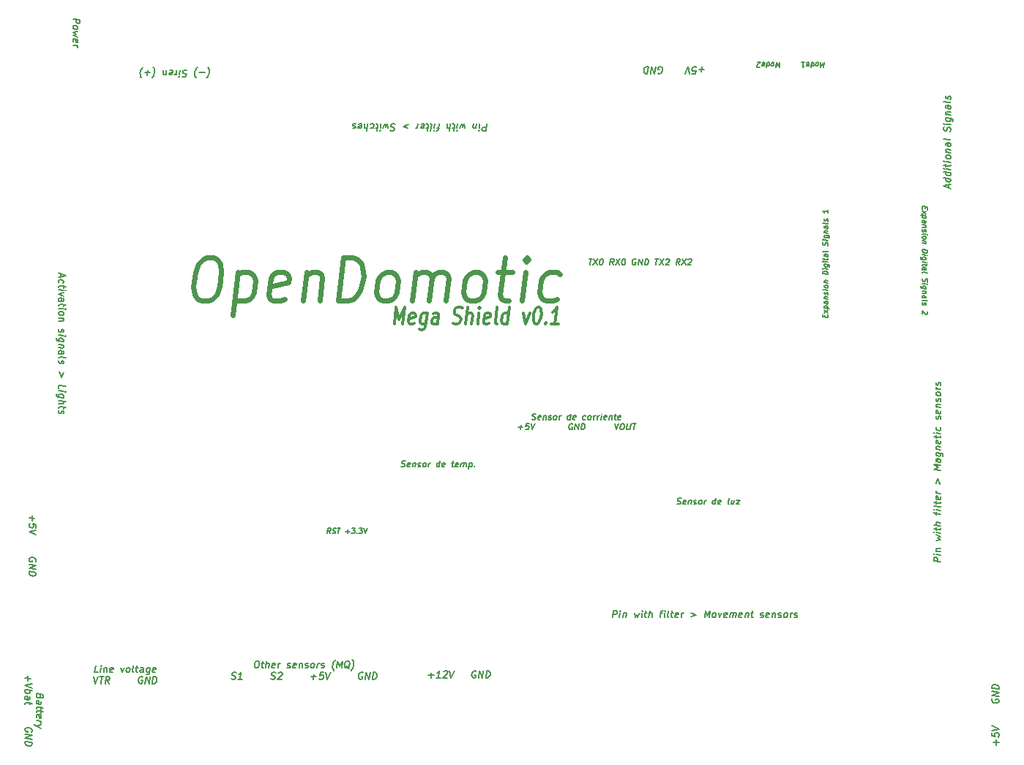
<source format=gbr>
G04 (created by PCBNEW-RS274X (2010-11-03 BZR 2592)-stable) date Sat 17 Mar 2012 17:18:43 COT*
G01*
G70*
G90*
%MOIN*%
G04 Gerber Fmt 3.4, Leading zero omitted, Abs format*
%FSLAX34Y34*%
G04 APERTURE LIST*
%ADD10C,0.006000*%
%ADD11C,0.007900*%
%ADD12C,0.006900*%
%ADD13C,0.011800*%
%ADD14C,0.023600*%
%ADD15C,0.005900*%
G04 APERTURE END LIST*
G54D10*
G54D11*
X37273Y-23987D02*
X37588Y-24026D01*
X37588Y-24146D01*
X37573Y-24174D01*
X37558Y-24187D01*
X37528Y-24199D01*
X37483Y-24193D01*
X37453Y-24174D01*
X37438Y-24157D01*
X37423Y-24126D01*
X37423Y-24006D01*
X37273Y-24347D02*
X37288Y-24319D01*
X37303Y-24306D01*
X37333Y-24294D01*
X37423Y-24306D01*
X37453Y-24324D01*
X37468Y-24341D01*
X37483Y-24373D01*
X37483Y-24418D01*
X37468Y-24446D01*
X37453Y-24459D01*
X37423Y-24471D01*
X37333Y-24459D01*
X37303Y-24441D01*
X37288Y-24424D01*
X37273Y-24392D01*
X37273Y-24347D01*
X37483Y-24583D02*
X37273Y-24617D01*
X37423Y-24696D01*
X37273Y-24737D01*
X37483Y-24823D01*
X37288Y-25039D02*
X37273Y-25007D01*
X37273Y-24947D01*
X37288Y-24919D01*
X37318Y-24907D01*
X37438Y-24922D01*
X37468Y-24941D01*
X37483Y-24973D01*
X37483Y-25033D01*
X37468Y-25061D01*
X37438Y-25072D01*
X37408Y-25069D01*
X37378Y-24915D01*
X37273Y-25187D02*
X37483Y-25213D01*
X37423Y-25206D02*
X37453Y-25224D01*
X37468Y-25241D01*
X37483Y-25273D01*
X37483Y-25303D01*
G54D12*
X35763Y-54877D02*
X35748Y-54921D01*
X35733Y-54934D01*
X35703Y-54945D01*
X35658Y-54939D01*
X35628Y-54921D01*
X35613Y-54904D01*
X35598Y-54872D01*
X35598Y-54752D01*
X35913Y-54791D01*
X35913Y-54896D01*
X35898Y-54924D01*
X35883Y-54937D01*
X35853Y-54949D01*
X35823Y-54945D01*
X35793Y-54926D01*
X35778Y-54909D01*
X35763Y-54877D01*
X35763Y-54772D01*
X35598Y-55202D02*
X35763Y-55222D01*
X35793Y-55211D01*
X35808Y-55183D01*
X35808Y-55123D01*
X35793Y-55091D01*
X35613Y-55204D02*
X35598Y-55172D01*
X35598Y-55097D01*
X35613Y-55069D01*
X35643Y-55057D01*
X35673Y-55061D01*
X35703Y-55080D01*
X35718Y-55112D01*
X35718Y-55187D01*
X35733Y-55219D01*
X35808Y-55333D02*
X35808Y-55453D01*
X35913Y-55391D02*
X35643Y-55357D01*
X35613Y-55369D01*
X35598Y-55397D01*
X35598Y-55427D01*
X35808Y-55513D02*
X35808Y-55633D01*
X35913Y-55571D02*
X35643Y-55537D01*
X35613Y-55549D01*
X35598Y-55577D01*
X35598Y-55607D01*
X35613Y-55834D02*
X35598Y-55802D01*
X35598Y-55742D01*
X35613Y-55714D01*
X35643Y-55702D01*
X35763Y-55717D01*
X35793Y-55736D01*
X35808Y-55768D01*
X35808Y-55828D01*
X35793Y-55856D01*
X35763Y-55867D01*
X35733Y-55864D01*
X35703Y-55710D01*
X35598Y-55982D02*
X35808Y-56008D01*
X35748Y-56001D02*
X35778Y-56019D01*
X35793Y-56036D01*
X35808Y-56068D01*
X35808Y-56098D01*
X35808Y-56173D02*
X35598Y-56222D01*
X35808Y-56323D02*
X35598Y-56222D01*
X35523Y-56182D01*
X35508Y-56165D01*
X35493Y-56134D01*
X35208Y-53935D02*
X35208Y-54175D01*
X35088Y-54040D02*
X35328Y-54070D01*
X35403Y-54304D02*
X35088Y-54370D01*
X35403Y-54514D01*
X35088Y-54580D02*
X35403Y-54619D01*
X35283Y-54604D02*
X35298Y-54636D01*
X35298Y-54696D01*
X35283Y-54724D01*
X35268Y-54737D01*
X35238Y-54749D01*
X35148Y-54737D01*
X35118Y-54719D01*
X35103Y-54702D01*
X35088Y-54670D01*
X35088Y-54610D01*
X35103Y-54582D01*
X35088Y-55000D02*
X35253Y-55020D01*
X35283Y-55009D01*
X35298Y-54981D01*
X35298Y-54921D01*
X35283Y-54889D01*
X35103Y-55002D02*
X35088Y-54970D01*
X35088Y-54895D01*
X35103Y-54867D01*
X35133Y-54855D01*
X35163Y-54859D01*
X35193Y-54878D01*
X35208Y-54910D01*
X35208Y-54985D01*
X35223Y-55017D01*
X35298Y-55131D02*
X35298Y-55251D01*
X35403Y-55189D02*
X35133Y-55155D01*
X35103Y-55167D01*
X35088Y-55195D01*
X35088Y-55225D01*
X35388Y-56492D02*
X35403Y-56464D01*
X35403Y-56419D01*
X35388Y-56372D01*
X35358Y-56339D01*
X35328Y-56320D01*
X35268Y-56297D01*
X35223Y-56292D01*
X35163Y-56299D01*
X35133Y-56310D01*
X35103Y-56337D01*
X35088Y-56380D01*
X35088Y-56410D01*
X35103Y-56457D01*
X35118Y-56474D01*
X35223Y-56487D01*
X35223Y-56427D01*
X35088Y-56605D02*
X35403Y-56644D01*
X35088Y-56785D01*
X35403Y-56824D01*
X35088Y-56935D02*
X35403Y-56974D01*
X35403Y-57049D01*
X35388Y-57092D01*
X35358Y-57119D01*
X35328Y-57130D01*
X35268Y-57137D01*
X35223Y-57132D01*
X35163Y-57109D01*
X35133Y-57090D01*
X35103Y-57057D01*
X35088Y-57010D01*
X35088Y-56935D01*
G54D13*
X51893Y-37918D02*
X51992Y-37131D01*
X52119Y-37693D01*
X52386Y-37131D01*
X52287Y-37918D01*
X52798Y-37881D02*
X52737Y-37918D01*
X52624Y-37918D01*
X52573Y-37881D01*
X52554Y-37806D01*
X52592Y-37506D01*
X52629Y-37431D01*
X52690Y-37393D01*
X52803Y-37393D01*
X52854Y-37431D01*
X52873Y-37506D01*
X52864Y-37581D01*
X52573Y-37656D01*
X53394Y-37393D02*
X53314Y-38030D01*
X53277Y-38105D01*
X53244Y-38143D01*
X53183Y-38180D01*
X53099Y-38180D01*
X53047Y-38143D01*
X53333Y-37881D02*
X53272Y-37918D01*
X53159Y-37918D01*
X53108Y-37881D01*
X53085Y-37843D01*
X53066Y-37768D01*
X53094Y-37543D01*
X53132Y-37468D01*
X53164Y-37431D01*
X53225Y-37393D01*
X53338Y-37393D01*
X53389Y-37431D01*
X53863Y-37918D02*
X53915Y-37506D01*
X53896Y-37431D01*
X53845Y-37393D01*
X53732Y-37393D01*
X53671Y-37431D01*
X53868Y-37881D02*
X53807Y-37918D01*
X53666Y-37918D01*
X53615Y-37881D01*
X53596Y-37806D01*
X53606Y-37731D01*
X53643Y-37656D01*
X53704Y-37618D01*
X53845Y-37618D01*
X53906Y-37581D01*
X54572Y-37881D02*
X54651Y-37918D01*
X54792Y-37918D01*
X54853Y-37881D01*
X54886Y-37843D01*
X54923Y-37768D01*
X54933Y-37693D01*
X54914Y-37618D01*
X54891Y-37581D01*
X54839Y-37543D01*
X54731Y-37506D01*
X54680Y-37468D01*
X54656Y-37431D01*
X54638Y-37356D01*
X54647Y-37281D01*
X54684Y-37206D01*
X54717Y-37169D01*
X54778Y-37131D01*
X54919Y-37131D01*
X54998Y-37169D01*
X55158Y-37918D02*
X55257Y-37131D01*
X55411Y-37918D02*
X55463Y-37506D01*
X55444Y-37431D01*
X55393Y-37393D01*
X55308Y-37393D01*
X55247Y-37431D01*
X55215Y-37468D01*
X55693Y-37918D02*
X55759Y-37393D01*
X55792Y-37131D02*
X55759Y-37169D01*
X55782Y-37206D01*
X55815Y-37169D01*
X55792Y-37131D01*
X55782Y-37206D01*
X56204Y-37881D02*
X56143Y-37918D01*
X56030Y-37918D01*
X55979Y-37881D01*
X55960Y-37806D01*
X55998Y-37506D01*
X56035Y-37431D01*
X56096Y-37393D01*
X56209Y-37393D01*
X56260Y-37431D01*
X56279Y-37506D01*
X56270Y-37581D01*
X55979Y-37656D01*
X56565Y-37918D02*
X56514Y-37881D01*
X56495Y-37806D01*
X56580Y-37131D01*
X57044Y-37918D02*
X57143Y-37131D01*
X57049Y-37881D02*
X56988Y-37918D01*
X56875Y-37918D01*
X56824Y-37881D01*
X56801Y-37843D01*
X56782Y-37768D01*
X56810Y-37543D01*
X56848Y-37468D01*
X56880Y-37431D01*
X56941Y-37393D01*
X57054Y-37393D01*
X57105Y-37431D01*
X57785Y-37393D02*
X57860Y-37918D01*
X58067Y-37393D01*
X58437Y-37131D02*
X58494Y-37131D01*
X58545Y-37169D01*
X58568Y-37206D01*
X58587Y-37281D01*
X58596Y-37431D01*
X58573Y-37618D01*
X58526Y-37768D01*
X58489Y-37843D01*
X58456Y-37881D01*
X58395Y-37918D01*
X58338Y-37918D01*
X58287Y-37881D01*
X58264Y-37843D01*
X58245Y-37768D01*
X58236Y-37618D01*
X58259Y-37431D01*
X58306Y-37281D01*
X58343Y-37206D01*
X58376Y-37169D01*
X58437Y-37131D01*
X58799Y-37843D02*
X58822Y-37881D01*
X58789Y-37918D01*
X58766Y-37881D01*
X58799Y-37843D01*
X58789Y-37918D01*
X59379Y-37918D02*
X59042Y-37918D01*
X59210Y-37918D02*
X59309Y-37131D01*
X59239Y-37243D01*
X59173Y-37318D01*
X59113Y-37356D01*
G54D14*
X43344Y-34877D02*
X43682Y-34877D01*
X43839Y-34971D01*
X43983Y-35159D01*
X44022Y-35534D01*
X43940Y-36190D01*
X43808Y-36565D01*
X43616Y-36753D01*
X43436Y-36846D01*
X43098Y-36846D01*
X42941Y-36753D01*
X42796Y-36565D01*
X42759Y-36190D01*
X42841Y-35534D01*
X42971Y-35159D01*
X43164Y-34971D01*
X43344Y-34877D01*
X44781Y-35534D02*
X44534Y-37503D01*
X44769Y-35628D02*
X44950Y-35534D01*
X45287Y-35534D01*
X45444Y-35628D01*
X45516Y-35721D01*
X45578Y-35909D01*
X45507Y-36471D01*
X45399Y-36659D01*
X45303Y-36753D01*
X45123Y-36846D01*
X44786Y-36846D01*
X44628Y-36753D01*
X46906Y-36753D02*
X46726Y-36846D01*
X46389Y-36846D01*
X46231Y-36753D01*
X46171Y-36565D01*
X46264Y-35815D01*
X46372Y-35628D01*
X46553Y-35534D01*
X46890Y-35534D01*
X47047Y-35628D01*
X47107Y-35815D01*
X47084Y-36003D01*
X46218Y-36190D01*
X47903Y-35534D02*
X47739Y-36846D01*
X47879Y-35721D02*
X47975Y-35628D01*
X48156Y-35534D01*
X48409Y-35534D01*
X48566Y-35628D01*
X48626Y-35815D01*
X48498Y-36846D01*
X49342Y-36846D02*
X49588Y-34877D01*
X50010Y-34877D01*
X50251Y-34971D01*
X50396Y-35159D01*
X50457Y-35346D01*
X50494Y-35721D01*
X50459Y-36003D01*
X50328Y-36378D01*
X50221Y-36565D01*
X50028Y-36753D01*
X49764Y-36846D01*
X49342Y-36846D01*
X51367Y-36846D02*
X51209Y-36753D01*
X51137Y-36659D01*
X51076Y-36471D01*
X51147Y-35909D01*
X51254Y-35721D01*
X51350Y-35628D01*
X51531Y-35534D01*
X51784Y-35534D01*
X51941Y-35628D01*
X52013Y-35721D01*
X52075Y-35909D01*
X52004Y-36471D01*
X51896Y-36659D01*
X51800Y-36753D01*
X51620Y-36846D01*
X51367Y-36846D01*
X52717Y-36846D02*
X52881Y-35534D01*
X52857Y-35721D02*
X52953Y-35628D01*
X53134Y-35534D01*
X53387Y-35534D01*
X53544Y-35628D01*
X53604Y-35815D01*
X53476Y-36846D01*
X53604Y-35815D02*
X53713Y-35628D01*
X53893Y-35534D01*
X54147Y-35534D01*
X54303Y-35628D01*
X54364Y-35815D01*
X54236Y-36846D01*
X55333Y-36846D02*
X55175Y-36753D01*
X55103Y-36659D01*
X55042Y-36471D01*
X55113Y-35909D01*
X55220Y-35721D01*
X55316Y-35628D01*
X55497Y-35534D01*
X55750Y-35534D01*
X55907Y-35628D01*
X55979Y-35721D01*
X56041Y-35909D01*
X55970Y-36471D01*
X55862Y-36659D01*
X55766Y-36753D01*
X55586Y-36846D01*
X55333Y-36846D01*
X56594Y-35534D02*
X57269Y-35534D01*
X56929Y-34877D02*
X56718Y-36565D01*
X56778Y-36753D01*
X56936Y-36846D01*
X57105Y-36846D01*
X57696Y-36846D02*
X57860Y-35534D01*
X57942Y-34877D02*
X57846Y-34971D01*
X57918Y-35065D01*
X58014Y-34971D01*
X57942Y-34877D01*
X57918Y-35065D01*
X59310Y-36753D02*
X59131Y-36846D01*
X58793Y-36846D01*
X58635Y-36753D01*
X58563Y-36659D01*
X58502Y-36471D01*
X58573Y-35909D01*
X58680Y-35721D01*
X58776Y-35628D01*
X58957Y-35534D01*
X59295Y-35534D01*
X59451Y-35628D01*
G54D15*
X71481Y-25979D02*
X71452Y-26215D01*
X71394Y-26047D01*
X71294Y-26215D01*
X71323Y-25979D01*
X71177Y-25979D02*
X71199Y-25991D01*
X71208Y-26002D01*
X71217Y-26024D01*
X71208Y-26092D01*
X71194Y-26114D01*
X71182Y-26126D01*
X71157Y-26137D01*
X71123Y-26137D01*
X71103Y-26126D01*
X71093Y-26114D01*
X71084Y-26092D01*
X71093Y-26024D01*
X71107Y-26002D01*
X71120Y-25991D01*
X71143Y-25979D01*
X71177Y-25979D01*
X70896Y-25979D02*
X70867Y-26215D01*
X70895Y-25991D02*
X70918Y-25979D01*
X70963Y-25979D01*
X70985Y-25991D01*
X70994Y-26002D01*
X71003Y-26024D01*
X70994Y-26092D01*
X70980Y-26114D01*
X70968Y-26126D01*
X70943Y-26137D01*
X70898Y-26137D01*
X70878Y-26126D01*
X70692Y-25991D02*
X70715Y-25979D01*
X70760Y-25979D01*
X70782Y-25991D01*
X70790Y-26013D01*
X70779Y-26103D01*
X70765Y-26126D01*
X70740Y-26137D01*
X70695Y-26137D01*
X70675Y-26126D01*
X70667Y-26103D01*
X70669Y-26081D01*
X70784Y-26058D01*
X70457Y-25979D02*
X70592Y-25979D01*
X70525Y-25979D02*
X70496Y-26215D01*
X70522Y-26182D01*
X70548Y-26159D01*
X70571Y-26148D01*
X69456Y-25979D02*
X69427Y-26215D01*
X69369Y-26047D01*
X69269Y-26215D01*
X69298Y-25979D01*
X69152Y-25979D02*
X69174Y-25991D01*
X69183Y-26002D01*
X69192Y-26024D01*
X69183Y-26092D01*
X69169Y-26114D01*
X69157Y-26126D01*
X69132Y-26137D01*
X69098Y-26137D01*
X69078Y-26126D01*
X69068Y-26114D01*
X69059Y-26092D01*
X69068Y-26024D01*
X69082Y-26002D01*
X69095Y-25991D01*
X69118Y-25979D01*
X69152Y-25979D01*
X68871Y-25979D02*
X68842Y-26215D01*
X68870Y-25991D02*
X68893Y-25979D01*
X68938Y-25979D01*
X68960Y-25991D01*
X68969Y-26002D01*
X68978Y-26024D01*
X68969Y-26092D01*
X68955Y-26114D01*
X68943Y-26126D01*
X68918Y-26137D01*
X68873Y-26137D01*
X68853Y-26126D01*
X68667Y-25991D02*
X68690Y-25979D01*
X68735Y-25979D01*
X68757Y-25991D01*
X68765Y-26013D01*
X68754Y-26103D01*
X68740Y-26126D01*
X68715Y-26137D01*
X68670Y-26137D01*
X68650Y-26126D01*
X68642Y-26103D01*
X68644Y-26081D01*
X68759Y-26058D01*
X68540Y-26193D02*
X68528Y-26204D01*
X68504Y-26215D01*
X68448Y-26215D01*
X68427Y-26204D01*
X68416Y-26193D01*
X68408Y-26171D01*
X68411Y-26148D01*
X68426Y-26114D01*
X68578Y-25979D01*
X68432Y-25979D01*
X48991Y-47446D02*
X48926Y-47333D01*
X48856Y-47446D02*
X48885Y-47210D01*
X48975Y-47210D01*
X48997Y-47221D01*
X49007Y-47232D01*
X49015Y-47254D01*
X49011Y-47288D01*
X48997Y-47311D01*
X48984Y-47322D01*
X48960Y-47333D01*
X48870Y-47333D01*
X49082Y-47434D02*
X49115Y-47446D01*
X49171Y-47446D01*
X49194Y-47434D01*
X49208Y-47423D01*
X49221Y-47401D01*
X49224Y-47378D01*
X49216Y-47356D01*
X49206Y-47344D01*
X49185Y-47333D01*
X49141Y-47322D01*
X49120Y-47311D01*
X49110Y-47299D01*
X49102Y-47277D01*
X49105Y-47254D01*
X49119Y-47232D01*
X49131Y-47221D01*
X49155Y-47210D01*
X49211Y-47210D01*
X49244Y-47221D01*
X49312Y-47210D02*
X49447Y-47210D01*
X49351Y-47446D02*
X49380Y-47210D01*
X49688Y-47356D02*
X49868Y-47356D01*
X49767Y-47446D02*
X49789Y-47266D01*
X49976Y-47210D02*
X50122Y-47210D01*
X50032Y-47299D01*
X50066Y-47299D01*
X50087Y-47311D01*
X50097Y-47322D01*
X50106Y-47344D01*
X50098Y-47401D01*
X50085Y-47423D01*
X50071Y-47434D01*
X50048Y-47446D01*
X49980Y-47446D01*
X49959Y-47434D01*
X49950Y-47423D01*
X50197Y-47423D02*
X50206Y-47434D01*
X50194Y-47446D01*
X50184Y-47434D01*
X50197Y-47423D01*
X50194Y-47446D01*
X50313Y-47210D02*
X50459Y-47210D01*
X50369Y-47299D01*
X50403Y-47299D01*
X50424Y-47311D01*
X50434Y-47322D01*
X50443Y-47344D01*
X50435Y-47401D01*
X50422Y-47423D01*
X50408Y-47434D01*
X50385Y-47446D01*
X50317Y-47446D01*
X50296Y-47434D01*
X50287Y-47423D01*
X50526Y-47210D02*
X50576Y-47446D01*
X50684Y-47210D01*
X76078Y-32567D02*
X76078Y-32646D01*
X75954Y-32665D02*
X75954Y-32552D01*
X76190Y-32581D01*
X76190Y-32694D01*
X75954Y-32744D02*
X76112Y-32887D01*
X76112Y-32764D02*
X75954Y-32867D01*
X76112Y-32977D02*
X75876Y-32947D01*
X76101Y-32975D02*
X76112Y-33000D01*
X76112Y-33045D01*
X76101Y-33065D01*
X76089Y-33075D01*
X76067Y-33084D01*
X75999Y-33075D01*
X75977Y-33061D01*
X75966Y-33048D01*
X75954Y-33025D01*
X75954Y-32980D01*
X75966Y-32958D01*
X75954Y-33272D02*
X76078Y-33287D01*
X76101Y-33279D01*
X76112Y-33259D01*
X76112Y-33214D01*
X76101Y-33189D01*
X75966Y-33273D02*
X75954Y-33250D01*
X75954Y-33194D01*
X75966Y-33172D01*
X75988Y-33164D01*
X76011Y-33167D01*
X76033Y-33181D01*
X76044Y-33205D01*
X76044Y-33261D01*
X76056Y-33285D01*
X76112Y-33405D02*
X75954Y-33385D01*
X76089Y-33402D02*
X76101Y-33414D01*
X76112Y-33439D01*
X76112Y-33473D01*
X76101Y-33493D01*
X76078Y-33501D01*
X75954Y-33486D01*
X75966Y-33589D02*
X75954Y-33610D01*
X75954Y-33655D01*
X75966Y-33679D01*
X75988Y-33693D01*
X75999Y-33694D01*
X76022Y-33686D01*
X76033Y-33665D01*
X76033Y-33632D01*
X76044Y-33610D01*
X76067Y-33602D01*
X76078Y-33603D01*
X76101Y-33617D01*
X76112Y-33642D01*
X76112Y-33675D01*
X76101Y-33696D01*
X75954Y-33790D02*
X76112Y-33810D01*
X76190Y-33819D02*
X76179Y-33807D01*
X76168Y-33817D01*
X76179Y-33829D01*
X76190Y-33819D01*
X76168Y-33817D01*
X75954Y-33936D02*
X75966Y-33914D01*
X75977Y-33905D01*
X75999Y-33896D01*
X76067Y-33905D01*
X76089Y-33919D01*
X76101Y-33931D01*
X76112Y-33956D01*
X76112Y-33990D01*
X76101Y-34010D01*
X76089Y-34020D01*
X76067Y-34029D01*
X75999Y-34020D01*
X75977Y-34006D01*
X75966Y-33993D01*
X75954Y-33970D01*
X75954Y-33936D01*
X76112Y-34136D02*
X75954Y-34116D01*
X76089Y-34133D02*
X76101Y-34145D01*
X76112Y-34170D01*
X76112Y-34204D01*
X76101Y-34224D01*
X76078Y-34232D01*
X75954Y-34217D01*
X75954Y-34510D02*
X76190Y-34539D01*
X76190Y-34595D01*
X76179Y-34628D01*
X76157Y-34648D01*
X76134Y-34656D01*
X76089Y-34662D01*
X76056Y-34658D01*
X76011Y-34641D01*
X75988Y-34627D01*
X75966Y-34601D01*
X75954Y-34566D01*
X75954Y-34510D01*
X75954Y-34746D02*
X76112Y-34766D01*
X76190Y-34775D02*
X76179Y-34763D01*
X76168Y-34773D01*
X76179Y-34785D01*
X76190Y-34775D01*
X76168Y-34773D01*
X76112Y-34979D02*
X75921Y-34955D01*
X75898Y-34941D01*
X75887Y-34928D01*
X75876Y-34904D01*
X75876Y-34871D01*
X75887Y-34849D01*
X75966Y-34960D02*
X75954Y-34937D01*
X75954Y-34892D01*
X75966Y-34870D01*
X75977Y-34861D01*
X75999Y-34852D01*
X76067Y-34861D01*
X76089Y-34875D01*
X76101Y-34887D01*
X76112Y-34912D01*
X76112Y-34957D01*
X76101Y-34977D01*
X75954Y-35072D02*
X76112Y-35092D01*
X76190Y-35101D02*
X76179Y-35089D01*
X76168Y-35099D01*
X76179Y-35111D01*
X76190Y-35101D01*
X76168Y-35099D01*
X76112Y-35170D02*
X76112Y-35260D01*
X76190Y-35213D02*
X75988Y-35188D01*
X75966Y-35196D01*
X75954Y-35218D01*
X75954Y-35240D01*
X75954Y-35420D02*
X76078Y-35435D01*
X76101Y-35427D01*
X76112Y-35407D01*
X76112Y-35362D01*
X76101Y-35337D01*
X75966Y-35421D02*
X75954Y-35398D01*
X75954Y-35342D01*
X75966Y-35320D01*
X75988Y-35312D01*
X76011Y-35315D01*
X76033Y-35329D01*
X76044Y-35353D01*
X76044Y-35409D01*
X76056Y-35433D01*
X75954Y-35567D02*
X75966Y-35545D01*
X75988Y-35537D01*
X76190Y-35562D01*
X75966Y-35827D02*
X75954Y-35860D01*
X75954Y-35916D01*
X75966Y-35939D01*
X75977Y-35953D01*
X75999Y-35966D01*
X76022Y-35969D01*
X76044Y-35961D01*
X76056Y-35951D01*
X76067Y-35930D01*
X76078Y-35886D01*
X76089Y-35865D01*
X76101Y-35855D01*
X76123Y-35847D01*
X76146Y-35850D01*
X76168Y-35864D01*
X76179Y-35876D01*
X76190Y-35900D01*
X76190Y-35956D01*
X76179Y-35989D01*
X75954Y-36062D02*
X76112Y-36082D01*
X76190Y-36091D02*
X76179Y-36079D01*
X76168Y-36089D01*
X76179Y-36101D01*
X76190Y-36091D01*
X76168Y-36089D01*
X76112Y-36295D02*
X75921Y-36271D01*
X75898Y-36257D01*
X75887Y-36244D01*
X75876Y-36220D01*
X75876Y-36187D01*
X75887Y-36165D01*
X75966Y-36276D02*
X75954Y-36253D01*
X75954Y-36208D01*
X75966Y-36186D01*
X75977Y-36177D01*
X75999Y-36168D01*
X76067Y-36177D01*
X76089Y-36191D01*
X76101Y-36203D01*
X76112Y-36228D01*
X76112Y-36273D01*
X76101Y-36293D01*
X76112Y-36408D02*
X75954Y-36388D01*
X76089Y-36405D02*
X76101Y-36417D01*
X76112Y-36442D01*
X76112Y-36476D01*
X76101Y-36496D01*
X76078Y-36504D01*
X75954Y-36489D01*
X75954Y-36703D02*
X76078Y-36718D01*
X76101Y-36710D01*
X76112Y-36690D01*
X76112Y-36645D01*
X76101Y-36620D01*
X75966Y-36704D02*
X75954Y-36681D01*
X75954Y-36625D01*
X75966Y-36603D01*
X75988Y-36595D01*
X76011Y-36598D01*
X76033Y-36612D01*
X76044Y-36636D01*
X76044Y-36692D01*
X76056Y-36716D01*
X75954Y-36850D02*
X75966Y-36828D01*
X75988Y-36820D01*
X76190Y-36845D01*
X75966Y-36930D02*
X75954Y-36951D01*
X75954Y-36996D01*
X75966Y-37020D01*
X75988Y-37034D01*
X75999Y-37035D01*
X76022Y-37027D01*
X76033Y-37006D01*
X76033Y-36973D01*
X76044Y-36951D01*
X76067Y-36943D01*
X76078Y-36944D01*
X76101Y-36958D01*
X76112Y-36983D01*
X76112Y-37016D01*
X76101Y-37037D01*
X76168Y-37327D02*
X76179Y-37339D01*
X76190Y-37363D01*
X76190Y-37419D01*
X76179Y-37440D01*
X76168Y-37451D01*
X76146Y-37459D01*
X76123Y-37456D01*
X76089Y-37441D01*
X75954Y-37289D01*
X75954Y-37435D01*
X71522Y-37583D02*
X71522Y-37504D01*
X71646Y-37485D02*
X71646Y-37598D01*
X71410Y-37569D01*
X71410Y-37456D01*
X71646Y-37406D02*
X71488Y-37263D01*
X71488Y-37386D02*
X71646Y-37283D01*
X71488Y-37173D02*
X71724Y-37203D01*
X71499Y-37175D02*
X71488Y-37150D01*
X71488Y-37105D01*
X71499Y-37085D01*
X71511Y-37075D01*
X71533Y-37066D01*
X71601Y-37075D01*
X71623Y-37089D01*
X71634Y-37102D01*
X71646Y-37125D01*
X71646Y-37170D01*
X71634Y-37192D01*
X71646Y-36878D02*
X71522Y-36863D01*
X71499Y-36871D01*
X71488Y-36891D01*
X71488Y-36936D01*
X71499Y-36961D01*
X71634Y-36877D02*
X71646Y-36900D01*
X71646Y-36956D01*
X71634Y-36978D01*
X71612Y-36986D01*
X71589Y-36983D01*
X71567Y-36969D01*
X71556Y-36945D01*
X71556Y-36889D01*
X71544Y-36865D01*
X71488Y-36745D02*
X71646Y-36765D01*
X71511Y-36748D02*
X71499Y-36736D01*
X71488Y-36711D01*
X71488Y-36677D01*
X71499Y-36657D01*
X71522Y-36649D01*
X71646Y-36664D01*
X71634Y-36561D02*
X71646Y-36540D01*
X71646Y-36495D01*
X71634Y-36471D01*
X71612Y-36457D01*
X71601Y-36456D01*
X71578Y-36464D01*
X71567Y-36485D01*
X71567Y-36518D01*
X71556Y-36540D01*
X71533Y-36548D01*
X71522Y-36547D01*
X71499Y-36533D01*
X71488Y-36508D01*
X71488Y-36475D01*
X71499Y-36454D01*
X71646Y-36360D02*
X71488Y-36340D01*
X71410Y-36331D02*
X71421Y-36343D01*
X71432Y-36333D01*
X71421Y-36321D01*
X71410Y-36331D01*
X71432Y-36333D01*
X71646Y-36214D02*
X71634Y-36236D01*
X71623Y-36245D01*
X71601Y-36254D01*
X71533Y-36245D01*
X71511Y-36231D01*
X71499Y-36219D01*
X71488Y-36194D01*
X71488Y-36160D01*
X71499Y-36140D01*
X71511Y-36130D01*
X71533Y-36121D01*
X71601Y-36130D01*
X71623Y-36144D01*
X71634Y-36157D01*
X71646Y-36180D01*
X71646Y-36214D01*
X71488Y-36014D02*
X71646Y-36034D01*
X71511Y-36017D02*
X71499Y-36005D01*
X71488Y-35980D01*
X71488Y-35946D01*
X71499Y-35926D01*
X71522Y-35918D01*
X71646Y-35933D01*
X71646Y-35640D02*
X71410Y-35611D01*
X71410Y-35555D01*
X71421Y-35522D01*
X71443Y-35502D01*
X71466Y-35494D01*
X71511Y-35488D01*
X71544Y-35492D01*
X71589Y-35509D01*
X71612Y-35523D01*
X71634Y-35549D01*
X71646Y-35584D01*
X71646Y-35640D01*
X71646Y-35404D02*
X71488Y-35384D01*
X71410Y-35375D02*
X71421Y-35387D01*
X71432Y-35377D01*
X71421Y-35365D01*
X71410Y-35375D01*
X71432Y-35377D01*
X71488Y-35171D02*
X71679Y-35195D01*
X71702Y-35209D01*
X71713Y-35222D01*
X71724Y-35246D01*
X71724Y-35279D01*
X71713Y-35301D01*
X71634Y-35190D02*
X71646Y-35213D01*
X71646Y-35258D01*
X71634Y-35280D01*
X71623Y-35289D01*
X71601Y-35298D01*
X71533Y-35289D01*
X71511Y-35275D01*
X71499Y-35263D01*
X71488Y-35238D01*
X71488Y-35193D01*
X71499Y-35173D01*
X71646Y-35078D02*
X71488Y-35058D01*
X71410Y-35049D02*
X71421Y-35061D01*
X71432Y-35051D01*
X71421Y-35039D01*
X71410Y-35049D01*
X71432Y-35051D01*
X71488Y-34980D02*
X71488Y-34890D01*
X71410Y-34937D02*
X71612Y-34962D01*
X71634Y-34954D01*
X71646Y-34932D01*
X71646Y-34910D01*
X71646Y-34730D02*
X71522Y-34715D01*
X71499Y-34723D01*
X71488Y-34743D01*
X71488Y-34788D01*
X71499Y-34813D01*
X71634Y-34729D02*
X71646Y-34752D01*
X71646Y-34808D01*
X71634Y-34830D01*
X71612Y-34838D01*
X71589Y-34835D01*
X71567Y-34821D01*
X71556Y-34797D01*
X71556Y-34741D01*
X71544Y-34717D01*
X71646Y-34583D02*
X71634Y-34605D01*
X71612Y-34613D01*
X71410Y-34588D01*
X71634Y-34323D02*
X71646Y-34290D01*
X71646Y-34234D01*
X71634Y-34211D01*
X71623Y-34197D01*
X71601Y-34184D01*
X71578Y-34181D01*
X71556Y-34189D01*
X71544Y-34199D01*
X71533Y-34220D01*
X71522Y-34264D01*
X71511Y-34285D01*
X71499Y-34295D01*
X71477Y-34303D01*
X71454Y-34300D01*
X71432Y-34286D01*
X71421Y-34274D01*
X71410Y-34250D01*
X71410Y-34194D01*
X71421Y-34161D01*
X71646Y-34088D02*
X71488Y-34068D01*
X71410Y-34059D02*
X71421Y-34071D01*
X71432Y-34061D01*
X71421Y-34049D01*
X71410Y-34059D01*
X71432Y-34061D01*
X71488Y-33855D02*
X71679Y-33879D01*
X71702Y-33893D01*
X71713Y-33906D01*
X71724Y-33930D01*
X71724Y-33963D01*
X71713Y-33985D01*
X71634Y-33874D02*
X71646Y-33897D01*
X71646Y-33942D01*
X71634Y-33964D01*
X71623Y-33973D01*
X71601Y-33982D01*
X71533Y-33973D01*
X71511Y-33959D01*
X71499Y-33947D01*
X71488Y-33922D01*
X71488Y-33877D01*
X71499Y-33857D01*
X71488Y-33742D02*
X71646Y-33762D01*
X71511Y-33745D02*
X71499Y-33733D01*
X71488Y-33708D01*
X71488Y-33674D01*
X71499Y-33654D01*
X71522Y-33646D01*
X71646Y-33661D01*
X71646Y-33447D02*
X71522Y-33432D01*
X71499Y-33440D01*
X71488Y-33460D01*
X71488Y-33505D01*
X71499Y-33530D01*
X71634Y-33446D02*
X71646Y-33469D01*
X71646Y-33525D01*
X71634Y-33547D01*
X71612Y-33555D01*
X71589Y-33552D01*
X71567Y-33538D01*
X71556Y-33514D01*
X71556Y-33458D01*
X71544Y-33434D01*
X71646Y-33300D02*
X71634Y-33322D01*
X71612Y-33330D01*
X71410Y-33305D01*
X71634Y-33220D02*
X71646Y-33199D01*
X71646Y-33154D01*
X71634Y-33130D01*
X71612Y-33116D01*
X71601Y-33115D01*
X71578Y-33123D01*
X71567Y-33144D01*
X71567Y-33177D01*
X71556Y-33199D01*
X71533Y-33207D01*
X71522Y-33206D01*
X71499Y-33192D01*
X71488Y-33167D01*
X71488Y-33134D01*
X71499Y-33113D01*
X71646Y-32715D02*
X71646Y-32850D01*
X71646Y-32783D02*
X71410Y-32754D01*
X71443Y-32780D01*
X71466Y-32806D01*
X71477Y-32829D01*
G54D12*
X64781Y-46099D02*
X64818Y-46112D01*
X64884Y-46112D01*
X64912Y-46099D01*
X64927Y-46085D01*
X64943Y-46059D01*
X64946Y-46033D01*
X64936Y-46007D01*
X64925Y-45993D01*
X64901Y-45980D01*
X64849Y-45967D01*
X64825Y-45954D01*
X64814Y-45941D01*
X64804Y-45915D01*
X64807Y-45888D01*
X64824Y-45862D01*
X64838Y-45849D01*
X64866Y-45836D01*
X64932Y-45836D01*
X64969Y-45849D01*
X65162Y-46099D02*
X65134Y-46112D01*
X65081Y-46112D01*
X65057Y-46099D01*
X65047Y-46072D01*
X65060Y-45967D01*
X65077Y-45941D01*
X65104Y-45928D01*
X65157Y-45928D01*
X65182Y-45941D01*
X65191Y-45967D01*
X65188Y-45993D01*
X65054Y-46020D01*
X65315Y-45928D02*
X65292Y-46112D01*
X65312Y-45954D02*
X65327Y-45941D01*
X65354Y-45928D01*
X65394Y-45928D01*
X65419Y-45941D01*
X65428Y-45967D01*
X65410Y-46112D01*
X65531Y-46099D02*
X65555Y-46112D01*
X65607Y-46112D01*
X65636Y-46099D01*
X65652Y-46072D01*
X65654Y-46059D01*
X65644Y-46033D01*
X65619Y-46020D01*
X65580Y-46020D01*
X65555Y-46007D01*
X65546Y-45980D01*
X65547Y-45967D01*
X65564Y-45941D01*
X65591Y-45928D01*
X65630Y-45928D01*
X65656Y-45941D01*
X65804Y-46112D02*
X65780Y-46099D01*
X65769Y-46085D01*
X65759Y-46059D01*
X65769Y-45980D01*
X65785Y-45954D01*
X65800Y-45941D01*
X65827Y-45928D01*
X65867Y-45928D01*
X65892Y-45941D01*
X65903Y-45954D01*
X65913Y-45980D01*
X65903Y-46059D01*
X65887Y-46085D01*
X65872Y-46099D01*
X65844Y-46112D01*
X65804Y-46112D01*
X66015Y-46112D02*
X66038Y-45928D01*
X66032Y-45980D02*
X66048Y-45954D01*
X66063Y-45941D01*
X66090Y-45928D01*
X66117Y-45928D01*
X66514Y-46112D02*
X66549Y-45836D01*
X66516Y-46099D02*
X66488Y-46112D01*
X66435Y-46112D01*
X66411Y-46099D01*
X66400Y-46085D01*
X66390Y-46059D01*
X66400Y-45980D01*
X66416Y-45954D01*
X66431Y-45941D01*
X66458Y-45928D01*
X66511Y-45928D01*
X66536Y-45941D01*
X66753Y-46099D02*
X66725Y-46112D01*
X66672Y-46112D01*
X66648Y-46099D01*
X66638Y-46072D01*
X66651Y-45967D01*
X66668Y-45941D01*
X66695Y-45928D01*
X66748Y-45928D01*
X66773Y-45941D01*
X66782Y-45967D01*
X66779Y-45993D01*
X66645Y-46020D01*
X67132Y-46112D02*
X67108Y-46099D01*
X67098Y-46072D01*
X67128Y-45836D01*
X67379Y-45928D02*
X67356Y-46112D01*
X67261Y-45928D02*
X67243Y-46072D01*
X67253Y-46099D01*
X67277Y-46112D01*
X67317Y-46112D01*
X67345Y-46099D01*
X67360Y-46085D01*
X67484Y-45928D02*
X67629Y-45928D01*
X67461Y-46112D01*
X67606Y-46112D01*
G54D11*
X79307Y-57090D02*
X79307Y-56850D01*
X79427Y-56985D02*
X79187Y-56955D01*
X79112Y-56526D02*
X79112Y-56676D01*
X79262Y-56710D01*
X79247Y-56693D01*
X79232Y-56661D01*
X79232Y-56586D01*
X79247Y-56558D01*
X79262Y-56545D01*
X79292Y-56533D01*
X79367Y-56543D01*
X79397Y-56561D01*
X79412Y-56578D01*
X79427Y-56610D01*
X79427Y-56685D01*
X79412Y-56713D01*
X79397Y-56726D01*
X79112Y-56421D02*
X79427Y-56355D01*
X79112Y-56211D01*
X79127Y-54983D02*
X79112Y-55011D01*
X79112Y-55056D01*
X79127Y-55103D01*
X79157Y-55136D01*
X79187Y-55155D01*
X79247Y-55178D01*
X79292Y-55183D01*
X79352Y-55176D01*
X79382Y-55165D01*
X79412Y-55138D01*
X79427Y-55095D01*
X79427Y-55065D01*
X79412Y-55018D01*
X79397Y-55001D01*
X79292Y-54988D01*
X79292Y-55048D01*
X79427Y-54870D02*
X79112Y-54831D01*
X79427Y-54690D01*
X79112Y-54651D01*
X79427Y-54540D02*
X79112Y-54501D01*
X79112Y-54426D01*
X79127Y-54383D01*
X79157Y-54356D01*
X79187Y-54345D01*
X79247Y-54338D01*
X79292Y-54343D01*
X79352Y-54366D01*
X79382Y-54385D01*
X79412Y-54418D01*
X79427Y-54465D01*
X79427Y-54540D01*
X66015Y-26293D02*
X65775Y-26293D01*
X65910Y-26173D02*
X65880Y-26413D01*
X65451Y-26488D02*
X65601Y-26488D01*
X65635Y-26338D01*
X65618Y-26353D01*
X65586Y-26368D01*
X65511Y-26368D01*
X65483Y-26353D01*
X65470Y-26338D01*
X65458Y-26308D01*
X65468Y-26233D01*
X65486Y-26203D01*
X65503Y-26188D01*
X65535Y-26173D01*
X65610Y-26173D01*
X65638Y-26188D01*
X65651Y-26203D01*
X65346Y-26488D02*
X65280Y-26173D01*
X65136Y-26488D01*
X63908Y-26473D02*
X63936Y-26488D01*
X63981Y-26488D01*
X64028Y-26473D01*
X64061Y-26443D01*
X64080Y-26413D01*
X64103Y-26353D01*
X64108Y-26308D01*
X64101Y-26248D01*
X64090Y-26218D01*
X64063Y-26188D01*
X64020Y-26173D01*
X63990Y-26173D01*
X63943Y-26188D01*
X63926Y-26203D01*
X63913Y-26308D01*
X63973Y-26308D01*
X63795Y-26173D02*
X63756Y-26488D01*
X63615Y-26173D01*
X63576Y-26488D01*
X63465Y-26173D02*
X63426Y-26488D01*
X63351Y-26488D01*
X63308Y-26473D01*
X63281Y-26443D01*
X63270Y-26413D01*
X63263Y-26353D01*
X63268Y-26308D01*
X63291Y-26248D01*
X63310Y-26218D01*
X63343Y-26188D01*
X63390Y-26173D01*
X63465Y-26173D01*
X45634Y-53262D02*
X45694Y-53262D01*
X45722Y-53277D01*
X45749Y-53307D01*
X45756Y-53367D01*
X45743Y-53472D01*
X45720Y-53532D01*
X45687Y-53562D01*
X45655Y-53577D01*
X45595Y-53577D01*
X45567Y-53562D01*
X45540Y-53532D01*
X45533Y-53472D01*
X45546Y-53367D01*
X45569Y-53307D01*
X45602Y-53277D01*
X45634Y-53262D01*
X45846Y-53367D02*
X45966Y-53367D01*
X45904Y-53262D02*
X45870Y-53532D01*
X45882Y-53562D01*
X45910Y-53577D01*
X45940Y-53577D01*
X46045Y-53577D02*
X46084Y-53262D01*
X46180Y-53577D02*
X46200Y-53412D01*
X46189Y-53382D01*
X46161Y-53367D01*
X46116Y-53367D01*
X46084Y-53382D01*
X46067Y-53397D01*
X46452Y-53562D02*
X46420Y-53577D01*
X46360Y-53577D01*
X46332Y-53562D01*
X46320Y-53532D01*
X46335Y-53412D01*
X46354Y-53382D01*
X46386Y-53367D01*
X46446Y-53367D01*
X46474Y-53382D01*
X46485Y-53412D01*
X46482Y-53442D01*
X46328Y-53472D01*
X46600Y-53577D02*
X46626Y-53367D01*
X46619Y-53427D02*
X46637Y-53397D01*
X46654Y-53382D01*
X46686Y-53367D01*
X46716Y-53367D01*
X47022Y-53562D02*
X47050Y-53577D01*
X47110Y-53577D01*
X47142Y-53562D01*
X47160Y-53532D01*
X47162Y-53517D01*
X47151Y-53487D01*
X47123Y-53472D01*
X47078Y-53472D01*
X47050Y-53457D01*
X47039Y-53427D01*
X47040Y-53412D01*
X47059Y-53382D01*
X47091Y-53367D01*
X47136Y-53367D01*
X47164Y-53382D01*
X47412Y-53562D02*
X47380Y-53577D01*
X47320Y-53577D01*
X47292Y-53562D01*
X47280Y-53532D01*
X47295Y-53412D01*
X47314Y-53382D01*
X47346Y-53367D01*
X47406Y-53367D01*
X47434Y-53382D01*
X47445Y-53412D01*
X47442Y-53442D01*
X47288Y-53472D01*
X47586Y-53367D02*
X47560Y-53577D01*
X47582Y-53397D02*
X47599Y-53382D01*
X47631Y-53367D01*
X47676Y-53367D01*
X47704Y-53382D01*
X47715Y-53412D01*
X47695Y-53577D01*
X47832Y-53562D02*
X47860Y-53577D01*
X47920Y-53577D01*
X47952Y-53562D01*
X47970Y-53532D01*
X47972Y-53517D01*
X47961Y-53487D01*
X47933Y-53472D01*
X47888Y-53472D01*
X47860Y-53457D01*
X47849Y-53427D01*
X47850Y-53412D01*
X47869Y-53382D01*
X47901Y-53367D01*
X47946Y-53367D01*
X47974Y-53382D01*
X48145Y-53577D02*
X48117Y-53562D01*
X48104Y-53547D01*
X48092Y-53517D01*
X48104Y-53427D01*
X48122Y-53397D01*
X48139Y-53382D01*
X48171Y-53367D01*
X48216Y-53367D01*
X48244Y-53382D01*
X48257Y-53397D01*
X48269Y-53427D01*
X48257Y-53517D01*
X48239Y-53547D01*
X48222Y-53562D01*
X48190Y-53577D01*
X48145Y-53577D01*
X48385Y-53577D02*
X48411Y-53367D01*
X48404Y-53427D02*
X48422Y-53397D01*
X48439Y-53382D01*
X48471Y-53367D01*
X48501Y-53367D01*
X48567Y-53562D02*
X48595Y-53577D01*
X48655Y-53577D01*
X48687Y-53562D01*
X48705Y-53532D01*
X48707Y-53517D01*
X48696Y-53487D01*
X48668Y-53472D01*
X48623Y-53472D01*
X48595Y-53457D01*
X48584Y-53427D01*
X48585Y-53412D01*
X48604Y-53382D01*
X48636Y-53367D01*
X48681Y-53367D01*
X48709Y-53382D01*
X49150Y-53697D02*
X49137Y-53682D01*
X49112Y-53637D01*
X49101Y-53607D01*
X49092Y-53562D01*
X49086Y-53487D01*
X49094Y-53427D01*
X49118Y-53352D01*
X49139Y-53307D01*
X49157Y-53277D01*
X49193Y-53232D01*
X49210Y-53217D01*
X49285Y-53577D02*
X49324Y-53262D01*
X49401Y-53487D01*
X49534Y-53262D01*
X49495Y-53577D01*
X49851Y-53607D02*
X49823Y-53592D01*
X49797Y-53562D01*
X49757Y-53517D01*
X49729Y-53502D01*
X49699Y-53502D01*
X49705Y-53577D02*
X49677Y-53562D01*
X49650Y-53532D01*
X49643Y-53472D01*
X49656Y-53367D01*
X49679Y-53307D01*
X49712Y-53277D01*
X49744Y-53262D01*
X49804Y-53262D01*
X49832Y-53277D01*
X49859Y-53307D01*
X49866Y-53367D01*
X49853Y-53472D01*
X49830Y-53532D01*
X49797Y-53562D01*
X49765Y-53577D01*
X49705Y-53577D01*
X49930Y-53697D02*
X49947Y-53682D01*
X49982Y-53637D01*
X50001Y-53607D01*
X50022Y-53562D01*
X50046Y-53487D01*
X50054Y-53427D01*
X50048Y-53352D01*
X50039Y-53307D01*
X50027Y-53277D01*
X50003Y-53232D01*
X49990Y-53217D01*
X44487Y-54082D02*
X44530Y-54097D01*
X44605Y-54097D01*
X44637Y-54082D01*
X44654Y-54067D01*
X44672Y-54037D01*
X44676Y-54007D01*
X44665Y-53977D01*
X44652Y-53962D01*
X44624Y-53947D01*
X44565Y-53932D01*
X44537Y-53917D01*
X44524Y-53902D01*
X44513Y-53872D01*
X44517Y-53842D01*
X44535Y-53812D01*
X44552Y-53797D01*
X44584Y-53782D01*
X44659Y-53782D01*
X44702Y-53797D01*
X44965Y-54097D02*
X44785Y-54097D01*
X44875Y-54097D02*
X44914Y-53782D01*
X44879Y-53827D01*
X44845Y-53857D01*
X44813Y-53872D01*
X46287Y-54082D02*
X46330Y-54097D01*
X46405Y-54097D01*
X46437Y-54082D01*
X46454Y-54067D01*
X46472Y-54037D01*
X46476Y-54007D01*
X46465Y-53977D01*
X46452Y-53962D01*
X46424Y-53947D01*
X46365Y-53932D01*
X46337Y-53917D01*
X46324Y-53902D01*
X46313Y-53872D01*
X46317Y-53842D01*
X46335Y-53812D01*
X46352Y-53797D01*
X46384Y-53782D01*
X46459Y-53782D01*
X46502Y-53797D01*
X46620Y-53812D02*
X46637Y-53797D01*
X46669Y-53782D01*
X46744Y-53782D01*
X46772Y-53797D01*
X46785Y-53812D01*
X46797Y-53842D01*
X46793Y-53872D01*
X46772Y-53917D01*
X46570Y-54097D01*
X46765Y-54097D01*
X48115Y-53977D02*
X48355Y-53977D01*
X48220Y-54097D02*
X48250Y-53857D01*
X48679Y-53782D02*
X48529Y-53782D01*
X48495Y-53932D01*
X48512Y-53917D01*
X48544Y-53902D01*
X48619Y-53902D01*
X48647Y-53917D01*
X48660Y-53932D01*
X48672Y-53962D01*
X48662Y-54037D01*
X48644Y-54067D01*
X48627Y-54082D01*
X48595Y-54097D01*
X48520Y-54097D01*
X48492Y-54082D01*
X48479Y-54067D01*
X48784Y-53782D02*
X48850Y-54097D01*
X48994Y-53782D01*
X50462Y-53797D02*
X50434Y-53782D01*
X50389Y-53782D01*
X50342Y-53797D01*
X50309Y-53827D01*
X50290Y-53857D01*
X50267Y-53917D01*
X50262Y-53962D01*
X50269Y-54022D01*
X50280Y-54052D01*
X50307Y-54082D01*
X50350Y-54097D01*
X50380Y-54097D01*
X50427Y-54082D01*
X50444Y-54067D01*
X50457Y-53962D01*
X50397Y-53962D01*
X50575Y-54097D02*
X50614Y-53782D01*
X50755Y-54097D01*
X50794Y-53782D01*
X50905Y-54097D02*
X50944Y-53782D01*
X51019Y-53782D01*
X51062Y-53797D01*
X51089Y-53827D01*
X51100Y-53857D01*
X51107Y-53917D01*
X51102Y-53962D01*
X51079Y-54022D01*
X51060Y-54052D01*
X51027Y-54082D01*
X50980Y-54097D01*
X50905Y-54097D01*
X53455Y-53907D02*
X53695Y-53907D01*
X53560Y-54027D02*
X53590Y-53787D01*
X53995Y-54027D02*
X53815Y-54027D01*
X53905Y-54027D02*
X53944Y-53712D01*
X53909Y-53757D01*
X53875Y-53787D01*
X53843Y-53802D01*
X54150Y-53742D02*
X54167Y-53727D01*
X54199Y-53712D01*
X54274Y-53712D01*
X54302Y-53727D01*
X54315Y-53742D01*
X54327Y-53772D01*
X54323Y-53802D01*
X54302Y-53847D01*
X54100Y-54027D01*
X54295Y-54027D01*
X54424Y-53712D02*
X54490Y-54027D01*
X54634Y-53712D01*
X55622Y-53727D02*
X55594Y-53712D01*
X55549Y-53712D01*
X55502Y-53727D01*
X55469Y-53757D01*
X55450Y-53787D01*
X55427Y-53847D01*
X55422Y-53892D01*
X55429Y-53952D01*
X55440Y-53982D01*
X55467Y-54012D01*
X55510Y-54027D01*
X55540Y-54027D01*
X55587Y-54012D01*
X55604Y-53997D01*
X55617Y-53892D01*
X55557Y-53892D01*
X55735Y-54027D02*
X55774Y-53712D01*
X55915Y-54027D01*
X55954Y-53712D01*
X56065Y-54027D02*
X56104Y-53712D01*
X56179Y-53712D01*
X56222Y-53727D01*
X56249Y-53757D01*
X56260Y-53787D01*
X56267Y-53847D01*
X56262Y-53892D01*
X56239Y-53952D01*
X56220Y-53982D01*
X56187Y-54012D01*
X56140Y-54027D01*
X56065Y-54027D01*
G54D12*
X60768Y-34936D02*
X60926Y-34936D01*
X60812Y-35212D02*
X60847Y-34936D01*
X60991Y-34936D02*
X61140Y-35212D01*
X61175Y-34936D02*
X60956Y-35212D01*
X61333Y-34936D02*
X61360Y-34936D01*
X61384Y-34949D01*
X61396Y-34962D01*
X61405Y-34988D01*
X61412Y-35041D01*
X61403Y-35107D01*
X61384Y-35159D01*
X61368Y-35185D01*
X61353Y-35199D01*
X61325Y-35212D01*
X61298Y-35212D01*
X61274Y-35199D01*
X61263Y-35185D01*
X61253Y-35159D01*
X61246Y-35107D01*
X61255Y-35041D01*
X61274Y-34988D01*
X61291Y-34962D01*
X61305Y-34949D01*
X61333Y-34936D01*
X61876Y-35212D02*
X61801Y-35080D01*
X61719Y-35212D02*
X61754Y-34936D01*
X61859Y-34936D01*
X61883Y-34949D01*
X61895Y-34962D01*
X61904Y-34988D01*
X61899Y-35028D01*
X61883Y-35054D01*
X61868Y-35067D01*
X61841Y-35080D01*
X61736Y-35080D01*
X62003Y-34936D02*
X62152Y-35212D01*
X62187Y-34936D02*
X61968Y-35212D01*
X62345Y-34936D02*
X62372Y-34936D01*
X62396Y-34949D01*
X62408Y-34962D01*
X62417Y-34988D01*
X62424Y-35041D01*
X62415Y-35107D01*
X62396Y-35159D01*
X62380Y-35185D01*
X62365Y-35199D01*
X62337Y-35212D01*
X62310Y-35212D01*
X62286Y-35199D01*
X62275Y-35185D01*
X62265Y-35159D01*
X62258Y-35107D01*
X62267Y-35041D01*
X62286Y-34988D01*
X62303Y-34962D01*
X62317Y-34949D01*
X62345Y-34936D01*
X62908Y-34949D02*
X62884Y-34936D01*
X62845Y-34936D01*
X62803Y-34949D01*
X62774Y-34975D01*
X62758Y-35001D01*
X62738Y-35054D01*
X62733Y-35093D01*
X62740Y-35146D01*
X62749Y-35172D01*
X62772Y-35199D01*
X62810Y-35212D01*
X62836Y-35212D01*
X62877Y-35199D01*
X62892Y-35185D01*
X62903Y-35093D01*
X62851Y-35093D01*
X63007Y-35212D02*
X63042Y-34936D01*
X63164Y-35212D01*
X63199Y-34936D01*
X63296Y-35212D02*
X63331Y-34936D01*
X63396Y-34936D01*
X63434Y-34949D01*
X63457Y-34975D01*
X63467Y-35001D01*
X63473Y-35054D01*
X63468Y-35093D01*
X63449Y-35146D01*
X63432Y-35172D01*
X63403Y-35199D01*
X63361Y-35212D01*
X63296Y-35212D01*
X63777Y-34936D02*
X63935Y-34936D01*
X63821Y-35212D02*
X63856Y-34936D01*
X64000Y-34936D02*
X64149Y-35212D01*
X64184Y-34936D02*
X63965Y-35212D01*
X64274Y-34962D02*
X64288Y-34949D01*
X64316Y-34936D01*
X64382Y-34936D01*
X64406Y-34949D01*
X64418Y-34962D01*
X64427Y-34988D01*
X64424Y-35015D01*
X64406Y-35054D01*
X64228Y-35212D01*
X64399Y-35212D01*
X64885Y-35212D02*
X64810Y-35080D01*
X64728Y-35212D02*
X64763Y-34936D01*
X64868Y-34936D01*
X64892Y-34949D01*
X64904Y-34962D01*
X64913Y-34988D01*
X64908Y-35028D01*
X64892Y-35054D01*
X64877Y-35067D01*
X64850Y-35080D01*
X64745Y-35080D01*
X65012Y-34936D02*
X65161Y-35212D01*
X65196Y-34936D02*
X64977Y-35212D01*
X65286Y-34962D02*
X65300Y-34949D01*
X65328Y-34936D01*
X65394Y-34936D01*
X65418Y-34949D01*
X65430Y-34962D01*
X65439Y-34988D01*
X65436Y-35015D01*
X65418Y-35054D01*
X65240Y-35212D01*
X65411Y-35212D01*
X58169Y-42249D02*
X58206Y-42262D01*
X58272Y-42262D01*
X58300Y-42249D01*
X58315Y-42235D01*
X58331Y-42209D01*
X58334Y-42183D01*
X58324Y-42157D01*
X58313Y-42143D01*
X58289Y-42130D01*
X58237Y-42117D01*
X58213Y-42104D01*
X58202Y-42091D01*
X58192Y-42065D01*
X58195Y-42038D01*
X58212Y-42012D01*
X58226Y-41999D01*
X58254Y-41986D01*
X58320Y-41986D01*
X58357Y-41999D01*
X58550Y-42249D02*
X58522Y-42262D01*
X58469Y-42262D01*
X58445Y-42249D01*
X58435Y-42222D01*
X58448Y-42117D01*
X58465Y-42091D01*
X58492Y-42078D01*
X58545Y-42078D01*
X58570Y-42091D01*
X58579Y-42117D01*
X58576Y-42143D01*
X58442Y-42170D01*
X58703Y-42078D02*
X58680Y-42262D01*
X58700Y-42104D02*
X58715Y-42091D01*
X58742Y-42078D01*
X58782Y-42078D01*
X58807Y-42091D01*
X58816Y-42117D01*
X58798Y-42262D01*
X58919Y-42249D02*
X58943Y-42262D01*
X58995Y-42262D01*
X59024Y-42249D01*
X59040Y-42222D01*
X59042Y-42209D01*
X59032Y-42183D01*
X59007Y-42170D01*
X58968Y-42170D01*
X58943Y-42157D01*
X58934Y-42130D01*
X58935Y-42117D01*
X58952Y-42091D01*
X58979Y-42078D01*
X59018Y-42078D01*
X59044Y-42091D01*
X59192Y-42262D02*
X59168Y-42249D01*
X59157Y-42235D01*
X59147Y-42209D01*
X59157Y-42130D01*
X59173Y-42104D01*
X59188Y-42091D01*
X59215Y-42078D01*
X59255Y-42078D01*
X59280Y-42091D01*
X59291Y-42104D01*
X59301Y-42130D01*
X59291Y-42209D01*
X59275Y-42235D01*
X59260Y-42249D01*
X59232Y-42262D01*
X59192Y-42262D01*
X59403Y-42262D02*
X59426Y-42078D01*
X59420Y-42130D02*
X59436Y-42104D01*
X59451Y-42091D01*
X59478Y-42078D01*
X59505Y-42078D01*
X59902Y-42262D02*
X59937Y-41986D01*
X59904Y-42249D02*
X59876Y-42262D01*
X59823Y-42262D01*
X59799Y-42249D01*
X59788Y-42235D01*
X59778Y-42209D01*
X59788Y-42130D01*
X59804Y-42104D01*
X59819Y-42091D01*
X59846Y-42078D01*
X59899Y-42078D01*
X59924Y-42091D01*
X60141Y-42249D02*
X60113Y-42262D01*
X60060Y-42262D01*
X60036Y-42249D01*
X60026Y-42222D01*
X60039Y-42117D01*
X60056Y-42091D01*
X60083Y-42078D01*
X60136Y-42078D01*
X60161Y-42091D01*
X60170Y-42117D01*
X60167Y-42143D01*
X60033Y-42170D01*
X60601Y-42249D02*
X60573Y-42262D01*
X60520Y-42262D01*
X60496Y-42249D01*
X60485Y-42235D01*
X60475Y-42209D01*
X60485Y-42130D01*
X60501Y-42104D01*
X60516Y-42091D01*
X60543Y-42078D01*
X60596Y-42078D01*
X60621Y-42091D01*
X60757Y-42262D02*
X60733Y-42249D01*
X60722Y-42235D01*
X60712Y-42209D01*
X60722Y-42130D01*
X60738Y-42104D01*
X60753Y-42091D01*
X60780Y-42078D01*
X60820Y-42078D01*
X60845Y-42091D01*
X60856Y-42104D01*
X60866Y-42130D01*
X60856Y-42209D01*
X60840Y-42235D01*
X60825Y-42249D01*
X60797Y-42262D01*
X60757Y-42262D01*
X60968Y-42262D02*
X60991Y-42078D01*
X60985Y-42130D02*
X61001Y-42104D01*
X61016Y-42091D01*
X61043Y-42078D01*
X61070Y-42078D01*
X61139Y-42262D02*
X61162Y-42078D01*
X61156Y-42130D02*
X61172Y-42104D01*
X61187Y-42091D01*
X61214Y-42078D01*
X61241Y-42078D01*
X61310Y-42262D02*
X61333Y-42078D01*
X61345Y-41986D02*
X61330Y-41999D01*
X61342Y-42012D01*
X61356Y-41999D01*
X61345Y-41986D01*
X61342Y-42012D01*
X61548Y-42249D02*
X61520Y-42262D01*
X61467Y-42262D01*
X61443Y-42249D01*
X61433Y-42222D01*
X61446Y-42117D01*
X61463Y-42091D01*
X61490Y-42078D01*
X61543Y-42078D01*
X61568Y-42091D01*
X61577Y-42117D01*
X61574Y-42143D01*
X61440Y-42170D01*
X61701Y-42078D02*
X61678Y-42262D01*
X61698Y-42104D02*
X61713Y-42091D01*
X61740Y-42078D01*
X61780Y-42078D01*
X61805Y-42091D01*
X61814Y-42117D01*
X61796Y-42262D01*
X61911Y-42078D02*
X62016Y-42078D01*
X61963Y-41986D02*
X61933Y-42222D01*
X61943Y-42249D01*
X61967Y-42262D01*
X61993Y-42262D01*
X62193Y-42249D02*
X62165Y-42262D01*
X62112Y-42262D01*
X62088Y-42249D01*
X62078Y-42222D01*
X62091Y-42117D01*
X62108Y-42091D01*
X62135Y-42078D01*
X62188Y-42078D01*
X62213Y-42091D01*
X62222Y-42117D01*
X62219Y-42143D01*
X62085Y-42170D01*
X57546Y-42612D02*
X57756Y-42612D01*
X57638Y-42717D02*
X57665Y-42506D01*
X58041Y-42441D02*
X57910Y-42441D01*
X57880Y-42572D01*
X57895Y-42559D01*
X57923Y-42546D01*
X57989Y-42546D01*
X58013Y-42559D01*
X58024Y-42572D01*
X58034Y-42598D01*
X58026Y-42664D01*
X58010Y-42690D01*
X57995Y-42704D01*
X57967Y-42717D01*
X57901Y-42717D01*
X57877Y-42704D01*
X57866Y-42690D01*
X58133Y-42441D02*
X58190Y-42717D01*
X58317Y-42441D01*
X60022Y-42454D02*
X59998Y-42441D01*
X59959Y-42441D01*
X59917Y-42454D01*
X59888Y-42480D01*
X59872Y-42506D01*
X59852Y-42559D01*
X59847Y-42598D01*
X59854Y-42651D01*
X59863Y-42677D01*
X59886Y-42704D01*
X59924Y-42717D01*
X59950Y-42717D01*
X59991Y-42704D01*
X60006Y-42690D01*
X60017Y-42598D01*
X59965Y-42598D01*
X60121Y-42717D02*
X60156Y-42441D01*
X60278Y-42717D01*
X60313Y-42441D01*
X60410Y-42717D02*
X60445Y-42441D01*
X60510Y-42441D01*
X60548Y-42454D01*
X60571Y-42480D01*
X60581Y-42506D01*
X60587Y-42559D01*
X60582Y-42598D01*
X60563Y-42651D01*
X60546Y-42677D01*
X60517Y-42704D01*
X60475Y-42717D01*
X60410Y-42717D01*
X61941Y-42441D02*
X61998Y-42717D01*
X62125Y-42441D01*
X62270Y-42441D02*
X62323Y-42441D01*
X62347Y-42454D01*
X62370Y-42480D01*
X62377Y-42533D01*
X62366Y-42625D01*
X62345Y-42677D01*
X62316Y-42704D01*
X62288Y-42717D01*
X62235Y-42717D01*
X62211Y-42704D01*
X62188Y-42677D01*
X62182Y-42625D01*
X62193Y-42533D01*
X62213Y-42480D01*
X62242Y-42454D01*
X62270Y-42441D01*
X62507Y-42441D02*
X62479Y-42664D01*
X62489Y-42690D01*
X62500Y-42704D01*
X62524Y-42717D01*
X62577Y-42717D01*
X62605Y-42704D01*
X62620Y-42690D01*
X62636Y-42664D01*
X62664Y-42441D01*
X62756Y-42441D02*
X62914Y-42441D01*
X62800Y-42717D02*
X62835Y-42441D01*
X52218Y-44399D02*
X52255Y-44412D01*
X52321Y-44412D01*
X52349Y-44399D01*
X52364Y-44385D01*
X52380Y-44359D01*
X52383Y-44333D01*
X52373Y-44307D01*
X52362Y-44293D01*
X52338Y-44280D01*
X52286Y-44267D01*
X52262Y-44254D01*
X52251Y-44241D01*
X52241Y-44215D01*
X52244Y-44188D01*
X52261Y-44162D01*
X52275Y-44149D01*
X52303Y-44136D01*
X52369Y-44136D01*
X52406Y-44149D01*
X52599Y-44399D02*
X52571Y-44412D01*
X52518Y-44412D01*
X52494Y-44399D01*
X52484Y-44372D01*
X52497Y-44267D01*
X52514Y-44241D01*
X52541Y-44228D01*
X52594Y-44228D01*
X52619Y-44241D01*
X52628Y-44267D01*
X52625Y-44293D01*
X52491Y-44320D01*
X52752Y-44228D02*
X52729Y-44412D01*
X52749Y-44254D02*
X52764Y-44241D01*
X52791Y-44228D01*
X52831Y-44228D01*
X52856Y-44241D01*
X52865Y-44267D01*
X52847Y-44412D01*
X52968Y-44399D02*
X52992Y-44412D01*
X53044Y-44412D01*
X53073Y-44399D01*
X53089Y-44372D01*
X53091Y-44359D01*
X53081Y-44333D01*
X53056Y-44320D01*
X53017Y-44320D01*
X52992Y-44307D01*
X52983Y-44280D01*
X52984Y-44267D01*
X53001Y-44241D01*
X53028Y-44228D01*
X53067Y-44228D01*
X53093Y-44241D01*
X53241Y-44412D02*
X53217Y-44399D01*
X53206Y-44385D01*
X53196Y-44359D01*
X53206Y-44280D01*
X53222Y-44254D01*
X53237Y-44241D01*
X53264Y-44228D01*
X53304Y-44228D01*
X53329Y-44241D01*
X53340Y-44254D01*
X53350Y-44280D01*
X53340Y-44359D01*
X53324Y-44385D01*
X53309Y-44399D01*
X53281Y-44412D01*
X53241Y-44412D01*
X53452Y-44412D02*
X53475Y-44228D01*
X53469Y-44280D02*
X53485Y-44254D01*
X53500Y-44241D01*
X53527Y-44228D01*
X53554Y-44228D01*
X53951Y-44412D02*
X53986Y-44136D01*
X53953Y-44399D02*
X53925Y-44412D01*
X53872Y-44412D01*
X53848Y-44399D01*
X53837Y-44385D01*
X53827Y-44359D01*
X53837Y-44280D01*
X53853Y-44254D01*
X53868Y-44241D01*
X53895Y-44228D01*
X53948Y-44228D01*
X53973Y-44241D01*
X54190Y-44399D02*
X54162Y-44412D01*
X54109Y-44412D01*
X54085Y-44399D01*
X54075Y-44372D01*
X54088Y-44267D01*
X54105Y-44241D01*
X54132Y-44228D01*
X54185Y-44228D01*
X54210Y-44241D01*
X54219Y-44267D01*
X54216Y-44293D01*
X54082Y-44320D01*
X54513Y-44228D02*
X54618Y-44228D01*
X54565Y-44136D02*
X54535Y-44372D01*
X54545Y-44399D01*
X54569Y-44412D01*
X54595Y-44412D01*
X54795Y-44399D02*
X54767Y-44412D01*
X54714Y-44412D01*
X54690Y-44399D01*
X54680Y-44372D01*
X54693Y-44267D01*
X54710Y-44241D01*
X54737Y-44228D01*
X54790Y-44228D01*
X54815Y-44241D01*
X54824Y-44267D01*
X54821Y-44293D01*
X54687Y-44320D01*
X54925Y-44412D02*
X54948Y-44228D01*
X54945Y-44254D02*
X54960Y-44241D01*
X54987Y-44228D01*
X55027Y-44228D01*
X55052Y-44241D01*
X55061Y-44267D01*
X55043Y-44412D01*
X55061Y-44267D02*
X55078Y-44241D01*
X55105Y-44228D01*
X55145Y-44228D01*
X55170Y-44241D01*
X55179Y-44267D01*
X55161Y-44412D01*
X55316Y-44228D02*
X55282Y-44504D01*
X55315Y-44241D02*
X55342Y-44228D01*
X55395Y-44228D01*
X55420Y-44241D01*
X55431Y-44254D01*
X55441Y-44280D01*
X55431Y-44359D01*
X55415Y-44385D01*
X55400Y-44399D01*
X55372Y-44412D01*
X55319Y-44412D01*
X55295Y-44399D01*
X55547Y-44385D02*
X55558Y-44399D01*
X55543Y-44412D01*
X55532Y-44399D01*
X55547Y-44385D01*
X55543Y-44412D01*
G54D11*
X43415Y-26203D02*
X43428Y-26218D01*
X43453Y-26263D01*
X43464Y-26293D01*
X43473Y-26338D01*
X43479Y-26413D01*
X43471Y-26473D01*
X43447Y-26548D01*
X43426Y-26593D01*
X43408Y-26623D01*
X43372Y-26668D01*
X43355Y-26683D01*
X43265Y-26443D02*
X43025Y-26443D01*
X42935Y-26203D02*
X42918Y-26218D01*
X42883Y-26263D01*
X42864Y-26293D01*
X42843Y-26338D01*
X42819Y-26413D01*
X42811Y-26473D01*
X42817Y-26548D01*
X42826Y-26593D01*
X42838Y-26623D01*
X42862Y-26668D01*
X42875Y-26683D01*
X42453Y-26338D02*
X42410Y-26323D01*
X42335Y-26323D01*
X42303Y-26338D01*
X42286Y-26353D01*
X42268Y-26383D01*
X42264Y-26413D01*
X42275Y-26443D01*
X42288Y-26458D01*
X42316Y-26473D01*
X42375Y-26488D01*
X42403Y-26503D01*
X42416Y-26518D01*
X42427Y-26548D01*
X42423Y-26578D01*
X42405Y-26608D01*
X42388Y-26623D01*
X42356Y-26638D01*
X42281Y-26638D01*
X42238Y-26623D01*
X42140Y-26323D02*
X42114Y-26533D01*
X42101Y-26638D02*
X42118Y-26623D01*
X42105Y-26608D01*
X42088Y-26623D01*
X42101Y-26638D01*
X42105Y-26608D01*
X41990Y-26323D02*
X41964Y-26533D01*
X41971Y-26473D02*
X41953Y-26503D01*
X41936Y-26518D01*
X41904Y-26533D01*
X41874Y-26533D01*
X41673Y-26338D02*
X41705Y-26323D01*
X41765Y-26323D01*
X41793Y-26338D01*
X41805Y-26368D01*
X41790Y-26488D01*
X41771Y-26518D01*
X41739Y-26533D01*
X41679Y-26533D01*
X41651Y-26518D01*
X41640Y-26488D01*
X41643Y-26458D01*
X41797Y-26428D01*
X41499Y-26533D02*
X41525Y-26323D01*
X41503Y-26503D02*
X41486Y-26518D01*
X41454Y-26533D01*
X41409Y-26533D01*
X41381Y-26518D01*
X41370Y-26488D01*
X41390Y-26323D01*
X40925Y-26203D02*
X40938Y-26218D01*
X40963Y-26263D01*
X40974Y-26293D01*
X40983Y-26338D01*
X40989Y-26413D01*
X40981Y-26473D01*
X40957Y-26548D01*
X40936Y-26593D01*
X40918Y-26623D01*
X40882Y-26668D01*
X40865Y-26683D01*
X40775Y-26443D02*
X40535Y-26443D01*
X40670Y-26323D02*
X40640Y-26563D01*
X40445Y-26203D02*
X40428Y-26218D01*
X40393Y-26263D01*
X40374Y-26293D01*
X40353Y-26338D01*
X40329Y-26413D01*
X40321Y-26473D01*
X40327Y-26548D01*
X40336Y-26593D01*
X40348Y-26623D01*
X40372Y-26668D01*
X40385Y-26683D01*
G54D12*
X38405Y-53777D02*
X38255Y-53777D01*
X38294Y-53462D01*
X38510Y-53777D02*
X38536Y-53567D01*
X38549Y-53462D02*
X38532Y-53477D01*
X38545Y-53492D01*
X38562Y-53477D01*
X38549Y-53462D01*
X38545Y-53492D01*
X38686Y-53567D02*
X38660Y-53777D01*
X38682Y-53597D02*
X38699Y-53582D01*
X38731Y-53567D01*
X38776Y-53567D01*
X38804Y-53582D01*
X38815Y-53612D01*
X38795Y-53777D01*
X39067Y-53762D02*
X39035Y-53777D01*
X38975Y-53777D01*
X38947Y-53762D01*
X38935Y-53732D01*
X38950Y-53612D01*
X38969Y-53582D01*
X39001Y-53567D01*
X39061Y-53567D01*
X39089Y-53582D01*
X39100Y-53612D01*
X39097Y-53642D01*
X38943Y-53672D01*
X39451Y-53567D02*
X39500Y-53777D01*
X39601Y-53567D01*
X39740Y-53777D02*
X39712Y-53762D01*
X39699Y-53747D01*
X39687Y-53717D01*
X39699Y-53627D01*
X39717Y-53597D01*
X39734Y-53582D01*
X39766Y-53567D01*
X39811Y-53567D01*
X39839Y-53582D01*
X39852Y-53597D01*
X39864Y-53627D01*
X39852Y-53717D01*
X39834Y-53747D01*
X39817Y-53762D01*
X39785Y-53777D01*
X39740Y-53777D01*
X40025Y-53777D02*
X39997Y-53762D01*
X39985Y-53732D01*
X40019Y-53462D01*
X40126Y-53567D02*
X40246Y-53567D01*
X40184Y-53462D02*
X40150Y-53732D01*
X40162Y-53762D01*
X40190Y-53777D01*
X40220Y-53777D01*
X40460Y-53777D02*
X40480Y-53612D01*
X40469Y-53582D01*
X40441Y-53567D01*
X40381Y-53567D01*
X40349Y-53582D01*
X40462Y-53762D02*
X40430Y-53777D01*
X40355Y-53777D01*
X40327Y-53762D01*
X40315Y-53732D01*
X40319Y-53702D01*
X40338Y-53672D01*
X40370Y-53657D01*
X40445Y-53657D01*
X40477Y-53642D01*
X40771Y-53567D02*
X40739Y-53822D01*
X40720Y-53852D01*
X40703Y-53867D01*
X40672Y-53882D01*
X40627Y-53882D01*
X40598Y-53867D01*
X40747Y-53762D02*
X40715Y-53777D01*
X40655Y-53777D01*
X40627Y-53762D01*
X40614Y-53747D01*
X40602Y-53717D01*
X40614Y-53627D01*
X40632Y-53597D01*
X40649Y-53582D01*
X40681Y-53567D01*
X40741Y-53567D01*
X40769Y-53582D01*
X41017Y-53762D02*
X40985Y-53777D01*
X40925Y-53777D01*
X40897Y-53762D01*
X40885Y-53732D01*
X40900Y-53612D01*
X40919Y-53582D01*
X40951Y-53567D01*
X41011Y-53567D01*
X41039Y-53582D01*
X41050Y-53612D01*
X41047Y-53642D01*
X40893Y-53672D01*
X38211Y-53972D02*
X38277Y-54287D01*
X38421Y-53972D01*
X38481Y-53972D02*
X38661Y-53972D01*
X38532Y-54287D02*
X38571Y-53972D01*
X38907Y-54287D02*
X38821Y-54137D01*
X38727Y-54287D02*
X38766Y-53972D01*
X38886Y-53972D01*
X38914Y-53987D01*
X38927Y-54002D01*
X38939Y-54032D01*
X38933Y-54077D01*
X38914Y-54107D01*
X38897Y-54122D01*
X38866Y-54137D01*
X38746Y-54137D01*
X40444Y-53987D02*
X40416Y-53972D01*
X40371Y-53972D01*
X40324Y-53987D01*
X40291Y-54017D01*
X40272Y-54047D01*
X40249Y-54107D01*
X40244Y-54152D01*
X40251Y-54212D01*
X40262Y-54242D01*
X40289Y-54272D01*
X40332Y-54287D01*
X40362Y-54287D01*
X40409Y-54272D01*
X40426Y-54257D01*
X40439Y-54152D01*
X40379Y-54152D01*
X40557Y-54287D02*
X40596Y-53972D01*
X40737Y-54287D01*
X40776Y-53972D01*
X40887Y-54287D02*
X40926Y-53972D01*
X41001Y-53972D01*
X41044Y-53987D01*
X41071Y-54017D01*
X41082Y-54047D01*
X41089Y-54107D01*
X41084Y-54152D01*
X41061Y-54212D01*
X41042Y-54242D01*
X41009Y-54272D01*
X40962Y-54287D01*
X40887Y-54287D01*
G54D11*
X77137Y-31697D02*
X77137Y-31547D01*
X77227Y-31738D02*
X76912Y-31594D01*
X77227Y-31528D01*
X77227Y-31288D02*
X76912Y-31249D01*
X77212Y-31286D02*
X77227Y-31318D01*
X77227Y-31378D01*
X77212Y-31406D01*
X77197Y-31419D01*
X77167Y-31431D01*
X77077Y-31419D01*
X77047Y-31401D01*
X77032Y-31384D01*
X77017Y-31352D01*
X77017Y-31292D01*
X77032Y-31264D01*
X77227Y-31003D02*
X76912Y-30964D01*
X77212Y-31001D02*
X77227Y-31033D01*
X77227Y-31093D01*
X77212Y-31121D01*
X77197Y-31134D01*
X77167Y-31146D01*
X77077Y-31134D01*
X77047Y-31116D01*
X77032Y-31099D01*
X77017Y-31067D01*
X77017Y-31007D01*
X77032Y-30979D01*
X77227Y-30853D02*
X77017Y-30827D01*
X76912Y-30814D02*
X76927Y-30831D01*
X76942Y-30818D01*
X76927Y-30801D01*
X76912Y-30814D01*
X76942Y-30818D01*
X77017Y-30722D02*
X77017Y-30602D01*
X76912Y-30664D02*
X77182Y-30698D01*
X77212Y-30686D01*
X77227Y-30658D01*
X77227Y-30628D01*
X77227Y-30523D02*
X77017Y-30497D01*
X76912Y-30484D02*
X76927Y-30501D01*
X76942Y-30488D01*
X76927Y-30471D01*
X76912Y-30484D01*
X76942Y-30488D01*
X77227Y-30328D02*
X77212Y-30356D01*
X77197Y-30369D01*
X77167Y-30381D01*
X77077Y-30369D01*
X77047Y-30351D01*
X77032Y-30334D01*
X77017Y-30302D01*
X77017Y-30257D01*
X77032Y-30229D01*
X77047Y-30216D01*
X77077Y-30204D01*
X77167Y-30216D01*
X77197Y-30234D01*
X77212Y-30251D01*
X77227Y-30283D01*
X77227Y-30328D01*
X77017Y-30062D02*
X77227Y-30088D01*
X77047Y-30066D02*
X77032Y-30049D01*
X77017Y-30017D01*
X77017Y-29972D01*
X77032Y-29944D01*
X77062Y-29933D01*
X77227Y-29953D01*
X77227Y-29668D02*
X77062Y-29648D01*
X77032Y-29659D01*
X77017Y-29687D01*
X77017Y-29747D01*
X77032Y-29779D01*
X77212Y-29666D02*
X77227Y-29698D01*
X77227Y-29773D01*
X77212Y-29801D01*
X77182Y-29813D01*
X77152Y-29809D01*
X77122Y-29790D01*
X77107Y-29758D01*
X77107Y-29683D01*
X77092Y-29651D01*
X77227Y-29473D02*
X77212Y-29501D01*
X77182Y-29513D01*
X76912Y-29479D01*
X77212Y-29126D02*
X77227Y-29083D01*
X77227Y-29008D01*
X77212Y-28976D01*
X77197Y-28959D01*
X77167Y-28941D01*
X77137Y-28937D01*
X77107Y-28948D01*
X77092Y-28961D01*
X77077Y-28989D01*
X77062Y-29048D01*
X77047Y-29076D01*
X77032Y-29089D01*
X77002Y-29100D01*
X76972Y-29096D01*
X76942Y-29078D01*
X76927Y-29061D01*
X76912Y-29029D01*
X76912Y-28954D01*
X76927Y-28911D01*
X77227Y-28813D02*
X77017Y-28787D01*
X76912Y-28774D02*
X76927Y-28791D01*
X76942Y-28778D01*
X76927Y-28761D01*
X76912Y-28774D01*
X76942Y-28778D01*
X77017Y-28502D02*
X77272Y-28534D01*
X77302Y-28553D01*
X77317Y-28570D01*
X77332Y-28601D01*
X77332Y-28646D01*
X77317Y-28675D01*
X77212Y-28526D02*
X77227Y-28558D01*
X77227Y-28618D01*
X77212Y-28646D01*
X77197Y-28659D01*
X77167Y-28671D01*
X77077Y-28659D01*
X77047Y-28641D01*
X77032Y-28624D01*
X77017Y-28592D01*
X77017Y-28532D01*
X77032Y-28504D01*
X77017Y-28352D02*
X77227Y-28378D01*
X77047Y-28356D02*
X77032Y-28339D01*
X77017Y-28307D01*
X77017Y-28262D01*
X77032Y-28234D01*
X77062Y-28223D01*
X77227Y-28243D01*
X77227Y-27958D02*
X77062Y-27938D01*
X77032Y-27949D01*
X77017Y-27977D01*
X77017Y-28037D01*
X77032Y-28069D01*
X77212Y-27956D02*
X77227Y-27988D01*
X77227Y-28063D01*
X77212Y-28091D01*
X77182Y-28103D01*
X77152Y-28099D01*
X77122Y-28080D01*
X77107Y-28048D01*
X77107Y-27973D01*
X77092Y-27941D01*
X77227Y-27763D02*
X77212Y-27791D01*
X77182Y-27803D01*
X76912Y-27769D01*
X77212Y-27656D02*
X77227Y-27628D01*
X77227Y-27568D01*
X77212Y-27536D01*
X77182Y-27518D01*
X77167Y-27516D01*
X77137Y-27527D01*
X77122Y-27555D01*
X77122Y-27600D01*
X77107Y-27628D01*
X77077Y-27639D01*
X77062Y-27638D01*
X77032Y-27619D01*
X77017Y-27587D01*
X77017Y-27542D01*
X77032Y-27514D01*
X35393Y-46635D02*
X35393Y-46875D01*
X35273Y-46740D02*
X35513Y-46770D01*
X35588Y-47199D02*
X35588Y-47049D01*
X35438Y-47015D01*
X35453Y-47032D01*
X35468Y-47064D01*
X35468Y-47139D01*
X35453Y-47167D01*
X35438Y-47180D01*
X35408Y-47192D01*
X35333Y-47182D01*
X35303Y-47164D01*
X35288Y-47147D01*
X35273Y-47115D01*
X35273Y-47040D01*
X35288Y-47012D01*
X35303Y-46999D01*
X35588Y-47304D02*
X35273Y-47370D01*
X35588Y-47514D01*
X35573Y-48742D02*
X35588Y-48714D01*
X35588Y-48669D01*
X35573Y-48622D01*
X35543Y-48589D01*
X35513Y-48570D01*
X35453Y-48547D01*
X35408Y-48542D01*
X35348Y-48549D01*
X35318Y-48560D01*
X35288Y-48587D01*
X35273Y-48630D01*
X35273Y-48660D01*
X35288Y-48707D01*
X35303Y-48724D01*
X35408Y-48737D01*
X35408Y-48677D01*
X35273Y-48855D02*
X35588Y-48894D01*
X35273Y-49035D01*
X35588Y-49074D01*
X35273Y-49185D02*
X35588Y-49224D01*
X35588Y-49299D01*
X35573Y-49342D01*
X35543Y-49369D01*
X35513Y-49380D01*
X35453Y-49387D01*
X35408Y-49382D01*
X35348Y-49359D01*
X35318Y-49340D01*
X35288Y-49307D01*
X35273Y-49260D01*
X35273Y-49185D01*
X61842Y-51277D02*
X61881Y-50962D01*
X62001Y-50962D01*
X62029Y-50977D01*
X62042Y-50992D01*
X62054Y-51022D01*
X62048Y-51067D01*
X62029Y-51097D01*
X62012Y-51112D01*
X61981Y-51127D01*
X61861Y-51127D01*
X62157Y-51277D02*
X62183Y-51067D01*
X62196Y-50962D02*
X62179Y-50977D01*
X62192Y-50992D01*
X62209Y-50977D01*
X62196Y-50962D01*
X62192Y-50992D01*
X62333Y-51067D02*
X62307Y-51277D01*
X62329Y-51097D02*
X62346Y-51082D01*
X62378Y-51067D01*
X62423Y-51067D01*
X62451Y-51082D01*
X62462Y-51112D01*
X62442Y-51277D01*
X62828Y-51067D02*
X62862Y-51277D01*
X62941Y-51127D01*
X62982Y-51277D01*
X63068Y-51067D01*
X63162Y-51277D02*
X63188Y-51067D01*
X63201Y-50962D02*
X63184Y-50977D01*
X63197Y-50992D01*
X63214Y-50977D01*
X63201Y-50962D01*
X63197Y-50992D01*
X63293Y-51067D02*
X63413Y-51067D01*
X63351Y-50962D02*
X63317Y-51232D01*
X63329Y-51262D01*
X63357Y-51277D01*
X63387Y-51277D01*
X63492Y-51277D02*
X63531Y-50962D01*
X63627Y-51277D02*
X63647Y-51112D01*
X63636Y-51082D01*
X63608Y-51067D01*
X63563Y-51067D01*
X63531Y-51082D01*
X63514Y-51097D01*
X63998Y-51067D02*
X64118Y-51067D01*
X64017Y-51277D02*
X64051Y-51007D01*
X64069Y-50977D01*
X64101Y-50962D01*
X64131Y-50962D01*
X64197Y-51277D02*
X64223Y-51067D01*
X64236Y-50962D02*
X64219Y-50977D01*
X64232Y-50992D01*
X64249Y-50977D01*
X64236Y-50962D01*
X64232Y-50992D01*
X64392Y-51277D02*
X64364Y-51262D01*
X64352Y-51232D01*
X64386Y-50962D01*
X64493Y-51067D02*
X64613Y-51067D01*
X64551Y-50962D02*
X64517Y-51232D01*
X64529Y-51262D01*
X64557Y-51277D01*
X64587Y-51277D01*
X64814Y-51262D02*
X64782Y-51277D01*
X64722Y-51277D01*
X64694Y-51262D01*
X64682Y-51232D01*
X64697Y-51112D01*
X64716Y-51082D01*
X64748Y-51067D01*
X64808Y-51067D01*
X64836Y-51082D01*
X64847Y-51112D01*
X64844Y-51142D01*
X64690Y-51172D01*
X64962Y-51277D02*
X64988Y-51067D01*
X64981Y-51127D02*
X64999Y-51097D01*
X65016Y-51082D01*
X65048Y-51067D01*
X65078Y-51067D01*
X65423Y-51067D02*
X65652Y-51157D01*
X65401Y-51247D01*
X66027Y-51277D02*
X66066Y-50962D01*
X66143Y-51187D01*
X66276Y-50962D01*
X66237Y-51277D01*
X66432Y-51277D02*
X66404Y-51262D01*
X66391Y-51247D01*
X66379Y-51217D01*
X66391Y-51127D01*
X66409Y-51097D01*
X66426Y-51082D01*
X66458Y-51067D01*
X66503Y-51067D01*
X66531Y-51082D01*
X66544Y-51097D01*
X66556Y-51127D01*
X66544Y-51217D01*
X66526Y-51247D01*
X66509Y-51262D01*
X66477Y-51277D01*
X66432Y-51277D01*
X66668Y-51067D02*
X66717Y-51277D01*
X66818Y-51067D01*
X67034Y-51262D02*
X67002Y-51277D01*
X66942Y-51277D01*
X66914Y-51262D01*
X66902Y-51232D01*
X66917Y-51112D01*
X66936Y-51082D01*
X66968Y-51067D01*
X67028Y-51067D01*
X67056Y-51082D01*
X67067Y-51112D01*
X67064Y-51142D01*
X66910Y-51172D01*
X67182Y-51277D02*
X67208Y-51067D01*
X67204Y-51097D02*
X67221Y-51082D01*
X67253Y-51067D01*
X67298Y-51067D01*
X67326Y-51082D01*
X67337Y-51112D01*
X67317Y-51277D01*
X67337Y-51112D02*
X67356Y-51082D01*
X67388Y-51067D01*
X67433Y-51067D01*
X67461Y-51082D01*
X67472Y-51112D01*
X67452Y-51277D01*
X67724Y-51262D02*
X67692Y-51277D01*
X67632Y-51277D01*
X67604Y-51262D01*
X67592Y-51232D01*
X67607Y-51112D01*
X67626Y-51082D01*
X67658Y-51067D01*
X67718Y-51067D01*
X67746Y-51082D01*
X67757Y-51112D01*
X67754Y-51142D01*
X67600Y-51172D01*
X67898Y-51067D02*
X67872Y-51277D01*
X67894Y-51097D02*
X67911Y-51082D01*
X67943Y-51067D01*
X67988Y-51067D01*
X68016Y-51082D01*
X68027Y-51112D01*
X68007Y-51277D01*
X68138Y-51067D02*
X68258Y-51067D01*
X68196Y-50962D02*
X68162Y-51232D01*
X68174Y-51262D01*
X68202Y-51277D01*
X68232Y-51277D01*
X68564Y-51262D02*
X68592Y-51277D01*
X68652Y-51277D01*
X68684Y-51262D01*
X68702Y-51232D01*
X68704Y-51217D01*
X68693Y-51187D01*
X68665Y-51172D01*
X68620Y-51172D01*
X68592Y-51157D01*
X68581Y-51127D01*
X68582Y-51112D01*
X68601Y-51082D01*
X68633Y-51067D01*
X68678Y-51067D01*
X68706Y-51082D01*
X68954Y-51262D02*
X68922Y-51277D01*
X68862Y-51277D01*
X68834Y-51262D01*
X68822Y-51232D01*
X68837Y-51112D01*
X68856Y-51082D01*
X68888Y-51067D01*
X68948Y-51067D01*
X68976Y-51082D01*
X68987Y-51112D01*
X68984Y-51142D01*
X68830Y-51172D01*
X69128Y-51067D02*
X69102Y-51277D01*
X69124Y-51097D02*
X69141Y-51082D01*
X69173Y-51067D01*
X69218Y-51067D01*
X69246Y-51082D01*
X69257Y-51112D01*
X69237Y-51277D01*
X69374Y-51262D02*
X69402Y-51277D01*
X69462Y-51277D01*
X69494Y-51262D01*
X69512Y-51232D01*
X69514Y-51217D01*
X69503Y-51187D01*
X69475Y-51172D01*
X69430Y-51172D01*
X69402Y-51157D01*
X69391Y-51127D01*
X69392Y-51112D01*
X69411Y-51082D01*
X69443Y-51067D01*
X69488Y-51067D01*
X69516Y-51082D01*
X69687Y-51277D02*
X69659Y-51262D01*
X69646Y-51247D01*
X69634Y-51217D01*
X69646Y-51127D01*
X69664Y-51097D01*
X69681Y-51082D01*
X69713Y-51067D01*
X69758Y-51067D01*
X69786Y-51082D01*
X69799Y-51097D01*
X69811Y-51127D01*
X69799Y-51217D01*
X69781Y-51247D01*
X69764Y-51262D01*
X69732Y-51277D01*
X69687Y-51277D01*
X69927Y-51277D02*
X69953Y-51067D01*
X69946Y-51127D02*
X69964Y-51097D01*
X69981Y-51082D01*
X70013Y-51067D01*
X70043Y-51067D01*
X70109Y-51262D02*
X70137Y-51277D01*
X70197Y-51277D01*
X70229Y-51262D01*
X70247Y-51232D01*
X70249Y-51217D01*
X70238Y-51187D01*
X70210Y-51172D01*
X70165Y-51172D01*
X70137Y-51157D01*
X70126Y-51127D01*
X70127Y-51112D01*
X70146Y-51082D01*
X70178Y-51067D01*
X70223Y-51067D01*
X70251Y-51082D01*
X76777Y-48745D02*
X76462Y-48706D01*
X76462Y-48586D01*
X76477Y-48558D01*
X76492Y-48545D01*
X76522Y-48533D01*
X76567Y-48539D01*
X76597Y-48558D01*
X76612Y-48575D01*
X76627Y-48606D01*
X76627Y-48726D01*
X76777Y-48430D02*
X76567Y-48404D01*
X76462Y-48391D02*
X76477Y-48408D01*
X76492Y-48395D01*
X76477Y-48378D01*
X76462Y-48391D01*
X76492Y-48395D01*
X76567Y-48254D02*
X76777Y-48280D01*
X76597Y-48258D02*
X76582Y-48241D01*
X76567Y-48209D01*
X76567Y-48164D01*
X76582Y-48136D01*
X76612Y-48125D01*
X76777Y-48145D01*
X76567Y-47759D02*
X76777Y-47725D01*
X76627Y-47646D01*
X76777Y-47605D01*
X76567Y-47519D01*
X76777Y-47425D02*
X76567Y-47399D01*
X76462Y-47386D02*
X76477Y-47403D01*
X76492Y-47390D01*
X76477Y-47373D01*
X76462Y-47386D01*
X76492Y-47390D01*
X76567Y-47294D02*
X76567Y-47174D01*
X76462Y-47236D02*
X76732Y-47270D01*
X76762Y-47258D01*
X76777Y-47230D01*
X76777Y-47200D01*
X76777Y-47095D02*
X76462Y-47056D01*
X76777Y-46960D02*
X76612Y-46940D01*
X76582Y-46951D01*
X76567Y-46979D01*
X76567Y-47024D01*
X76582Y-47056D01*
X76597Y-47073D01*
X76567Y-46589D02*
X76567Y-46469D01*
X76777Y-46570D02*
X76507Y-46536D01*
X76477Y-46518D01*
X76462Y-46486D01*
X76462Y-46456D01*
X76777Y-46390D02*
X76567Y-46364D01*
X76462Y-46351D02*
X76477Y-46368D01*
X76492Y-46355D01*
X76477Y-46338D01*
X76462Y-46351D01*
X76492Y-46355D01*
X76777Y-46195D02*
X76762Y-46223D01*
X76732Y-46235D01*
X76462Y-46201D01*
X76567Y-46094D02*
X76567Y-45974D01*
X76462Y-46036D02*
X76732Y-46070D01*
X76762Y-46058D01*
X76777Y-46030D01*
X76777Y-46000D01*
X76762Y-45773D02*
X76777Y-45805D01*
X76777Y-45865D01*
X76762Y-45893D01*
X76732Y-45905D01*
X76612Y-45890D01*
X76582Y-45871D01*
X76567Y-45839D01*
X76567Y-45779D01*
X76582Y-45751D01*
X76612Y-45740D01*
X76642Y-45743D01*
X76672Y-45897D01*
X76777Y-45625D02*
X76567Y-45599D01*
X76627Y-45606D02*
X76597Y-45588D01*
X76582Y-45571D01*
X76567Y-45539D01*
X76567Y-45509D01*
X76567Y-45164D02*
X76657Y-44935D01*
X76747Y-45186D01*
X76777Y-44560D02*
X76462Y-44521D01*
X76687Y-44444D01*
X76462Y-44311D01*
X76777Y-44350D01*
X76777Y-44065D02*
X76612Y-44045D01*
X76582Y-44056D01*
X76567Y-44084D01*
X76567Y-44144D01*
X76582Y-44176D01*
X76762Y-44063D02*
X76777Y-44095D01*
X76777Y-44170D01*
X76762Y-44198D01*
X76732Y-44210D01*
X76702Y-44206D01*
X76672Y-44187D01*
X76657Y-44155D01*
X76657Y-44080D01*
X76642Y-44048D01*
X76567Y-43754D02*
X76822Y-43786D01*
X76852Y-43805D01*
X76867Y-43822D01*
X76882Y-43853D01*
X76882Y-43898D01*
X76867Y-43927D01*
X76762Y-43778D02*
X76777Y-43810D01*
X76777Y-43870D01*
X76762Y-43898D01*
X76747Y-43911D01*
X76717Y-43923D01*
X76627Y-43911D01*
X76597Y-43893D01*
X76582Y-43876D01*
X76567Y-43844D01*
X76567Y-43784D01*
X76582Y-43756D01*
X76567Y-43604D02*
X76777Y-43630D01*
X76597Y-43608D02*
X76582Y-43591D01*
X76567Y-43559D01*
X76567Y-43514D01*
X76582Y-43486D01*
X76612Y-43475D01*
X76777Y-43495D01*
X76762Y-43223D02*
X76777Y-43255D01*
X76777Y-43315D01*
X76762Y-43343D01*
X76732Y-43355D01*
X76612Y-43340D01*
X76582Y-43321D01*
X76567Y-43289D01*
X76567Y-43229D01*
X76582Y-43201D01*
X76612Y-43190D01*
X76642Y-43193D01*
X76672Y-43347D01*
X76567Y-43094D02*
X76567Y-42974D01*
X76462Y-43036D02*
X76732Y-43070D01*
X76762Y-43058D01*
X76777Y-43030D01*
X76777Y-43000D01*
X76777Y-42895D02*
X76567Y-42869D01*
X76462Y-42856D02*
X76477Y-42873D01*
X76492Y-42860D01*
X76477Y-42843D01*
X76462Y-42856D01*
X76492Y-42860D01*
X76762Y-42608D02*
X76777Y-42640D01*
X76777Y-42700D01*
X76762Y-42728D01*
X76747Y-42741D01*
X76717Y-42753D01*
X76627Y-42741D01*
X76597Y-42723D01*
X76582Y-42706D01*
X76567Y-42674D01*
X76567Y-42614D01*
X76582Y-42586D01*
X76762Y-42248D02*
X76777Y-42220D01*
X76777Y-42160D01*
X76762Y-42128D01*
X76732Y-42110D01*
X76717Y-42108D01*
X76687Y-42119D01*
X76672Y-42147D01*
X76672Y-42192D01*
X76657Y-42220D01*
X76627Y-42231D01*
X76612Y-42230D01*
X76582Y-42211D01*
X76567Y-42179D01*
X76567Y-42134D01*
X76582Y-42106D01*
X76762Y-41858D02*
X76777Y-41890D01*
X76777Y-41950D01*
X76762Y-41978D01*
X76732Y-41990D01*
X76612Y-41975D01*
X76582Y-41956D01*
X76567Y-41924D01*
X76567Y-41864D01*
X76582Y-41836D01*
X76612Y-41825D01*
X76642Y-41828D01*
X76672Y-41982D01*
X76567Y-41684D02*
X76777Y-41710D01*
X76597Y-41688D02*
X76582Y-41671D01*
X76567Y-41639D01*
X76567Y-41594D01*
X76582Y-41566D01*
X76612Y-41555D01*
X76777Y-41575D01*
X76762Y-41438D02*
X76777Y-41410D01*
X76777Y-41350D01*
X76762Y-41318D01*
X76732Y-41300D01*
X76717Y-41298D01*
X76687Y-41309D01*
X76672Y-41337D01*
X76672Y-41382D01*
X76657Y-41410D01*
X76627Y-41421D01*
X76612Y-41420D01*
X76582Y-41401D01*
X76567Y-41369D01*
X76567Y-41324D01*
X76582Y-41296D01*
X76777Y-41125D02*
X76762Y-41153D01*
X76747Y-41166D01*
X76717Y-41178D01*
X76627Y-41166D01*
X76597Y-41148D01*
X76582Y-41131D01*
X76567Y-41099D01*
X76567Y-41054D01*
X76582Y-41026D01*
X76597Y-41013D01*
X76627Y-41001D01*
X76717Y-41013D01*
X76747Y-41031D01*
X76762Y-41048D01*
X76777Y-41080D01*
X76777Y-41125D01*
X76777Y-40885D02*
X76567Y-40859D01*
X76627Y-40866D02*
X76597Y-40848D01*
X76582Y-40831D01*
X76567Y-40799D01*
X76567Y-40769D01*
X76762Y-40703D02*
X76777Y-40675D01*
X76777Y-40615D01*
X76762Y-40583D01*
X76732Y-40565D01*
X76717Y-40563D01*
X76687Y-40574D01*
X76672Y-40602D01*
X76672Y-40647D01*
X76657Y-40675D01*
X76627Y-40686D01*
X76612Y-40685D01*
X76582Y-40666D01*
X76567Y-40634D01*
X76567Y-40589D01*
X76582Y-40561D01*
X56103Y-28773D02*
X56064Y-29088D01*
X55944Y-29088D01*
X55916Y-29073D01*
X55903Y-29058D01*
X55891Y-29028D01*
X55897Y-28983D01*
X55916Y-28953D01*
X55933Y-28938D01*
X55964Y-28923D01*
X56084Y-28923D01*
X55788Y-28773D02*
X55762Y-28983D01*
X55749Y-29088D02*
X55766Y-29073D01*
X55753Y-29058D01*
X55736Y-29073D01*
X55749Y-29088D01*
X55753Y-29058D01*
X55612Y-28983D02*
X55638Y-28773D01*
X55616Y-28953D02*
X55599Y-28968D01*
X55567Y-28983D01*
X55522Y-28983D01*
X55494Y-28968D01*
X55483Y-28938D01*
X55503Y-28773D01*
X55117Y-28983D02*
X55083Y-28773D01*
X55004Y-28923D01*
X54963Y-28773D01*
X54877Y-28983D01*
X54783Y-28773D02*
X54757Y-28983D01*
X54744Y-29088D02*
X54761Y-29073D01*
X54748Y-29058D01*
X54731Y-29073D01*
X54744Y-29088D01*
X54748Y-29058D01*
X54652Y-28983D02*
X54532Y-28983D01*
X54594Y-29088D02*
X54628Y-28818D01*
X54616Y-28788D01*
X54588Y-28773D01*
X54558Y-28773D01*
X54453Y-28773D02*
X54414Y-29088D01*
X54318Y-28773D02*
X54298Y-28938D01*
X54309Y-28968D01*
X54337Y-28983D01*
X54382Y-28983D01*
X54414Y-28968D01*
X54431Y-28953D01*
X53947Y-28983D02*
X53827Y-28983D01*
X53928Y-28773D02*
X53894Y-29043D01*
X53876Y-29073D01*
X53844Y-29088D01*
X53814Y-29088D01*
X53748Y-28773D02*
X53722Y-28983D01*
X53709Y-29088D02*
X53726Y-29073D01*
X53713Y-29058D01*
X53696Y-29073D01*
X53709Y-29088D01*
X53713Y-29058D01*
X53553Y-28773D02*
X53581Y-28788D01*
X53593Y-28818D01*
X53559Y-29088D01*
X53452Y-28983D02*
X53332Y-28983D01*
X53394Y-29088D02*
X53428Y-28818D01*
X53416Y-28788D01*
X53388Y-28773D01*
X53358Y-28773D01*
X53131Y-28788D02*
X53163Y-28773D01*
X53223Y-28773D01*
X53251Y-28788D01*
X53263Y-28818D01*
X53248Y-28938D01*
X53229Y-28968D01*
X53197Y-28983D01*
X53137Y-28983D01*
X53109Y-28968D01*
X53098Y-28938D01*
X53101Y-28908D01*
X53255Y-28878D01*
X52983Y-28773D02*
X52957Y-28983D01*
X52964Y-28923D02*
X52946Y-28953D01*
X52929Y-28968D01*
X52897Y-28983D01*
X52867Y-28983D01*
X52522Y-28983D02*
X52293Y-28893D01*
X52544Y-28803D01*
X51931Y-28788D02*
X51888Y-28773D01*
X51813Y-28773D01*
X51781Y-28788D01*
X51764Y-28803D01*
X51746Y-28833D01*
X51742Y-28863D01*
X51753Y-28893D01*
X51766Y-28908D01*
X51794Y-28923D01*
X51853Y-28938D01*
X51881Y-28953D01*
X51894Y-28968D01*
X51905Y-28998D01*
X51901Y-29028D01*
X51883Y-29058D01*
X51866Y-29073D01*
X51834Y-29088D01*
X51759Y-29088D01*
X51716Y-29073D01*
X51622Y-28983D02*
X51588Y-28773D01*
X51509Y-28923D01*
X51468Y-28773D01*
X51382Y-28983D01*
X51288Y-28773D02*
X51262Y-28983D01*
X51249Y-29088D02*
X51266Y-29073D01*
X51253Y-29058D01*
X51236Y-29073D01*
X51249Y-29088D01*
X51253Y-29058D01*
X51157Y-28983D02*
X51037Y-28983D01*
X51099Y-29088D02*
X51133Y-28818D01*
X51121Y-28788D01*
X51093Y-28773D01*
X51063Y-28773D01*
X50821Y-28788D02*
X50853Y-28773D01*
X50913Y-28773D01*
X50941Y-28788D01*
X50954Y-28803D01*
X50966Y-28833D01*
X50954Y-28923D01*
X50936Y-28953D01*
X50919Y-28968D01*
X50887Y-28983D01*
X50827Y-28983D01*
X50799Y-28968D01*
X50688Y-28773D02*
X50649Y-29088D01*
X50553Y-28773D02*
X50533Y-28938D01*
X50544Y-28968D01*
X50572Y-28983D01*
X50617Y-28983D01*
X50649Y-28968D01*
X50666Y-28953D01*
X50281Y-28788D02*
X50313Y-28773D01*
X50373Y-28773D01*
X50401Y-28788D01*
X50413Y-28818D01*
X50398Y-28938D01*
X50379Y-28968D01*
X50347Y-28983D01*
X50287Y-28983D01*
X50259Y-28968D01*
X50248Y-28938D01*
X50251Y-28908D01*
X50405Y-28878D01*
X50146Y-28788D02*
X50118Y-28773D01*
X50058Y-28773D01*
X50026Y-28788D01*
X50008Y-28818D01*
X50006Y-28833D01*
X50017Y-28863D01*
X50045Y-28878D01*
X50090Y-28878D01*
X50118Y-28893D01*
X50129Y-28923D01*
X50128Y-28938D01*
X50109Y-28968D01*
X50077Y-28983D01*
X50032Y-28983D01*
X50004Y-28968D01*
X36713Y-35608D02*
X36713Y-35758D01*
X36623Y-35567D02*
X36938Y-35711D01*
X36623Y-35777D01*
X36638Y-36019D02*
X36623Y-35987D01*
X36623Y-35927D01*
X36638Y-35899D01*
X36653Y-35886D01*
X36683Y-35874D01*
X36773Y-35886D01*
X36803Y-35904D01*
X36818Y-35921D01*
X36833Y-35953D01*
X36833Y-36013D01*
X36818Y-36041D01*
X36833Y-36133D02*
X36833Y-36253D01*
X36938Y-36191D02*
X36668Y-36157D01*
X36638Y-36169D01*
X36623Y-36197D01*
X36623Y-36227D01*
X36623Y-36332D02*
X36833Y-36358D01*
X36938Y-36371D02*
X36923Y-36354D01*
X36908Y-36367D01*
X36923Y-36384D01*
X36938Y-36371D01*
X36908Y-36367D01*
X36833Y-36478D02*
X36623Y-36527D01*
X36833Y-36628D01*
X36623Y-36857D02*
X36788Y-36877D01*
X36818Y-36866D01*
X36833Y-36838D01*
X36833Y-36778D01*
X36818Y-36746D01*
X36638Y-36859D02*
X36623Y-36827D01*
X36623Y-36752D01*
X36638Y-36724D01*
X36668Y-36712D01*
X36698Y-36716D01*
X36728Y-36735D01*
X36743Y-36767D01*
X36743Y-36842D01*
X36758Y-36874D01*
X36833Y-36988D02*
X36833Y-37108D01*
X36938Y-37046D02*
X36668Y-37012D01*
X36638Y-37024D01*
X36623Y-37052D01*
X36623Y-37082D01*
X36623Y-37187D02*
X36833Y-37213D01*
X36938Y-37226D02*
X36923Y-37209D01*
X36908Y-37222D01*
X36923Y-37239D01*
X36938Y-37226D01*
X36908Y-37222D01*
X36623Y-37382D02*
X36638Y-37354D01*
X36653Y-37341D01*
X36683Y-37329D01*
X36773Y-37341D01*
X36803Y-37359D01*
X36818Y-37376D01*
X36833Y-37408D01*
X36833Y-37453D01*
X36818Y-37481D01*
X36803Y-37494D01*
X36773Y-37506D01*
X36683Y-37494D01*
X36653Y-37476D01*
X36638Y-37459D01*
X36623Y-37427D01*
X36623Y-37382D01*
X36833Y-37648D02*
X36623Y-37622D01*
X36803Y-37644D02*
X36818Y-37661D01*
X36833Y-37693D01*
X36833Y-37738D01*
X36818Y-37766D01*
X36788Y-37777D01*
X36623Y-37757D01*
X36638Y-38134D02*
X36623Y-38162D01*
X36623Y-38222D01*
X36638Y-38254D01*
X36668Y-38272D01*
X36683Y-38274D01*
X36713Y-38263D01*
X36728Y-38235D01*
X36728Y-38190D01*
X36743Y-38162D01*
X36773Y-38151D01*
X36788Y-38152D01*
X36818Y-38171D01*
X36833Y-38203D01*
X36833Y-38248D01*
X36818Y-38276D01*
X36623Y-38402D02*
X36833Y-38428D01*
X36938Y-38441D02*
X36923Y-38424D01*
X36908Y-38437D01*
X36923Y-38454D01*
X36938Y-38441D01*
X36908Y-38437D01*
X36833Y-38713D02*
X36578Y-38681D01*
X36548Y-38662D01*
X36533Y-38645D01*
X36518Y-38614D01*
X36518Y-38569D01*
X36533Y-38540D01*
X36638Y-38689D02*
X36623Y-38657D01*
X36623Y-38597D01*
X36638Y-38569D01*
X36653Y-38556D01*
X36683Y-38544D01*
X36773Y-38556D01*
X36803Y-38574D01*
X36818Y-38591D01*
X36833Y-38623D01*
X36833Y-38683D01*
X36818Y-38711D01*
X36833Y-38863D02*
X36623Y-38837D01*
X36803Y-38859D02*
X36818Y-38876D01*
X36833Y-38908D01*
X36833Y-38953D01*
X36818Y-38981D01*
X36788Y-38992D01*
X36623Y-38972D01*
X36623Y-39257D02*
X36788Y-39277D01*
X36818Y-39266D01*
X36833Y-39238D01*
X36833Y-39178D01*
X36818Y-39146D01*
X36638Y-39259D02*
X36623Y-39227D01*
X36623Y-39152D01*
X36638Y-39124D01*
X36668Y-39112D01*
X36698Y-39116D01*
X36728Y-39135D01*
X36743Y-39167D01*
X36743Y-39242D01*
X36758Y-39274D01*
X36623Y-39452D02*
X36638Y-39424D01*
X36668Y-39412D01*
X36938Y-39446D01*
X36638Y-39559D02*
X36623Y-39587D01*
X36623Y-39647D01*
X36638Y-39679D01*
X36668Y-39697D01*
X36683Y-39699D01*
X36713Y-39688D01*
X36728Y-39660D01*
X36728Y-39615D01*
X36743Y-39587D01*
X36773Y-39576D01*
X36788Y-39577D01*
X36818Y-39596D01*
X36833Y-39628D01*
X36833Y-39673D01*
X36818Y-39701D01*
X36833Y-40093D02*
X36743Y-40322D01*
X36653Y-40071D01*
X36623Y-40847D02*
X36623Y-40697D01*
X36938Y-40736D01*
X36623Y-40952D02*
X36833Y-40978D01*
X36938Y-40991D02*
X36923Y-40974D01*
X36908Y-40987D01*
X36923Y-41004D01*
X36938Y-40991D01*
X36908Y-40987D01*
X36833Y-41263D02*
X36578Y-41231D01*
X36548Y-41212D01*
X36533Y-41195D01*
X36518Y-41164D01*
X36518Y-41119D01*
X36533Y-41090D01*
X36638Y-41239D02*
X36623Y-41207D01*
X36623Y-41147D01*
X36638Y-41119D01*
X36653Y-41106D01*
X36683Y-41094D01*
X36773Y-41106D01*
X36803Y-41124D01*
X36818Y-41141D01*
X36833Y-41173D01*
X36833Y-41233D01*
X36818Y-41261D01*
X36623Y-41387D02*
X36938Y-41426D01*
X36623Y-41522D02*
X36788Y-41542D01*
X36818Y-41531D01*
X36833Y-41503D01*
X36833Y-41458D01*
X36818Y-41426D01*
X36803Y-41409D01*
X36833Y-41653D02*
X36833Y-41773D01*
X36938Y-41711D02*
X36668Y-41677D01*
X36638Y-41689D01*
X36623Y-41717D01*
X36623Y-41747D01*
X36638Y-41839D02*
X36623Y-41867D01*
X36623Y-41927D01*
X36638Y-41959D01*
X36668Y-41977D01*
X36683Y-41979D01*
X36713Y-41968D01*
X36728Y-41940D01*
X36728Y-41895D01*
X36743Y-41867D01*
X36773Y-41856D01*
X36788Y-41857D01*
X36818Y-41876D01*
X36833Y-41908D01*
X36833Y-41953D01*
X36818Y-41981D01*
M02*

</source>
